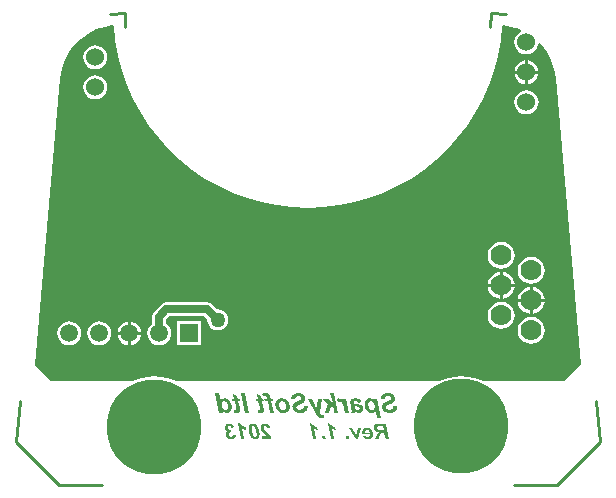
<source format=gbl>
%FSTAX26Y26*%
%MOIN*%
%SFA1B1*%

%IPPOS*%
%ADD14C,0.025000*%
%ADD16C,0.150000*%
%ADD18C,0.010000*%
%ADD20C,0.060000*%
%ADD21R,0.059060X0.059060*%
%ADD22C,0.059060*%
%ADD23C,0.314960*%
%ADD24C,0.125200*%
%ADD25C,0.070000*%
%ADD26C,0.050000*%
%LNunisolder_sensor-1*%
%LPD*%
G36*
X0198869Y02203D02*
X0197875D01*
X0197681Y0221266*
X0198674*
X0198869Y02203*
G37*
G36*
X0212D02*
X0210946D01*
X0210507Y022242*
X0210074*
X0209946Y0222415*
X0209836Y0222404*
X0209747Y0222387*
X0209675Y022237*
X0209619Y0222348*
X020958Y0222331*
X0209558Y022232*
X0209552Y0222315*
X0209508Y0222281*
X0209464Y0222237*
X020938Y0222137*
X0209303Y0222026*
X020923Y0221915*
X0209175Y0221815*
X0209153Y0221771*
X0209136Y0221726*
X020912Y0221693*
X0209108Y0221671*
X0209097Y0221654*
Y0221649*
X0209025Y0221482*
X0208959Y0221327*
X0208898Y0221182*
X0208842Y0221049*
X0208798Y0220933*
X0208753Y0220822*
X0208714Y0220722*
X0208676Y0220633*
X0208648Y0220555*
X0208626Y0220483*
X0208603Y0220428*
X0208587Y0220383*
X0208576Y0220344*
X0208565Y0220322*
X0208559Y0220305*
Y02203*
X0207427*
X020751Y02205*
X0207588Y0220689*
X020766Y0220861*
X0207732Y0221027*
X0207804Y0221177*
X0207871Y0221316*
X0207932Y0221443*
X0207987Y0221554*
X0208037Y022166*
X0208082Y0221743*
X0208121Y0221821*
X0208154Y0221882*
X0208182Y0221932*
X0208198Y0221965*
X0208209Y0221987*
X0208215Y0221993*
X0208281Y0222098*
X0208348Y0222193*
X0208415Y0222276*
X020847Y0222348*
X0208526Y0222404*
X0208565Y0222442*
X0208587Y022247*
X0208598Y0222476*
X0208453Y0222498*
X020832Y0222526*
X0208193Y0222559*
X0208076Y0222598*
X0207971Y0222642*
X0207871Y0222687*
X0207788Y0222731*
X0207704Y0222775*
X0207638Y022282*
X0207577Y0222859*
X0207527Y0222897*
X0207482Y0222931*
X0207449Y0222958*
X0207427Y0222981*
X0207416Y0222992*
X020741Y0222997*
X0207338Y022308*
X0207282Y0223169*
X0207227Y0223258*
X0207183Y0223347*
X0207144Y0223436*
X020711Y022353*
X0207088Y0223613*
X0207066Y0223697*
X0207049Y022378*
X0207038Y0223852*
X0207027Y0223913*
X0207022Y0223969*
X0207016Y0224019*
Y0224052*
Y0224074*
Y022408*
X0207027Y0224246*
X0207049Y0224396*
X0207083Y0224523*
X0207116Y022464*
X0207138Y022469*
X0207155Y0224729*
X0207172Y0224768*
X0207188Y0224801*
X0207205Y0224823*
X020721Y022484*
X0207222Y0224851*
Y0224857*
X0207299Y0224968*
X0207388Y0225062*
X0207477Y022514*
X020756Y0225201*
X0207632Y0225245*
X0207693Y0225278*
X0207715Y0225289*
X0207732Y0225295*
X0207743Y0225301*
X0207749*
X020781Y0225323*
X0207882Y0225339*
X0208026Y0225373*
X0208176Y0225395*
X0208326Y0225406*
X0208393Y0225412*
X0208453Y0225417*
X0208515*
X0208559Y0225423*
X0210934*
X0212Y02203*
G37*
G36*
X0204863Y0224085D02*
X0205046Y0224063D01*
X0205218Y0224024*
X0205379Y0223969*
X0205523Y0223907*
X0205656Y0223841*
X0205784Y0223769*
X0205889Y0223697*
X0205989Y0223619*
X0206073Y0223547*
X0206145Y022348*
X0206206Y0223419*
X020625Y0223364*
X0206283Y0223325*
X0206306Y0223303*
X0206311Y0223291*
X0206383Y0223175*
X020645Y0223058*
X0206505Y0222942*
X0206556Y0222825*
X0206594Y0222709*
X0206628Y0222598*
X0206655Y0222492*
X0206678Y0222387*
X02067Y0222292*
X0206711Y0222204*
X0206722Y0222126*
X0206728Y0222059*
Y0222004*
X0206733Y0221965*
Y0221943*
Y0221932*
X0206728Y0221787*
X0206711Y0221654*
X0206689Y0221527*
X0206661Y0221404*
X0206622Y0221293*
X0206583Y0221194*
X0206544Y0221099*
X02065Y022101*
X0206455Y0220933*
X0206417Y0220866*
X0206372Y0220811*
X0206339Y0220766*
X0206311Y0220727*
X0206289Y02207*
X0206272Y0220683*
X0206267Y0220677*
X0206178Y0220594*
X0206078Y0220522*
X0205984Y0220461*
X0205878Y0220406*
X0205779Y0220361*
X0205679Y0220322*
X0205579Y0220289*
X0205484Y0220267*
X0205396Y0220245*
X0205312Y0220233*
X020524Y0220222*
X0205173Y0220211*
X0205123*
X0205085Y0220206*
X0205051*
X0204952Y0220211*
X0204852Y0220217*
X0204668Y022025*
X0204502Y0220289*
X0204424Y0220317*
X0204358Y0220339*
X0204291Y0220367*
X0204236Y0220389*
X0204186Y0220411*
X0204147Y0220433*
X0204113Y022045*
X0204091Y0220461*
X0204075Y0220466*
X0204069Y0220472*
X0203991Y0220528*
X0203914Y0220583*
X0203775Y0220716*
X0203653Y0220849*
X0203553Y0220983*
X0203508Y0221044*
X020347Y0221099*
X0203442Y0221155*
X0203414Y0221199*
X0203392Y0221238*
X0203375Y0221266*
X020337Y0221282*
X0203364Y0221288*
X0204263Y0221438*
X0204319Y0221349*
X020438Y0221266*
X0204441Y0221199*
X0204507Y0221138*
X0204569Y0221088*
X0204635Y0221049*
X0204696Y0221016*
X0204763Y0220988*
X0204818Y0220966*
X0204874Y0220949*
X0204924Y0220938*
X0204963Y0220927*
X0204996*
X0205024Y0220922*
X0205046*
X0205157Y0220933*
X0205257Y0220955*
X0205346Y0220994*
X0205418Y0221033*
X0205479Y0221072*
X0205523Y022111*
X0205551Y0221132*
X0205562Y0221144*
X0205634Y0221232*
X0205684Y0221332*
X0205723Y0221432*
X0205745Y0221527*
X0205762Y0221615*
X0205767Y0221649*
Y0221682*
X0205773Y022171*
Y0221726*
Y0221737*
Y0221743*
Y0221771*
X0205767Y0221804*
Y0221826*
Y0221837*
X0203253*
X0203231Y0221948*
X0203209Y0222059*
X0203198Y022217*
X0203192Y0222276*
X0203187Y0222359*
X0203181Y0222398*
Y0222431*
Y0222459*
Y0222476*
Y0222487*
Y0222492*
X0203187Y0222631*
X0203198Y0222759*
X020322Y0222881*
X0203242Y0222997*
X0203275Y0223097*
X0203309Y0223197*
X0203348Y0223286*
X0203381Y0223364*
X020342Y0223436*
X0203458Y0223497*
X0203492Y0223547*
X0203525Y0223591*
X0203547Y0223624*
X020357Y0223652*
X0203581Y0223663*
X0203586Y0223669*
X0203664Y0223746*
X0203747Y0223808*
X0203836Y0223869*
X0203925Y0223919*
X0204014Y0223957*
X0204102Y0223991*
X0204191Y0224019*
X0204274Y0224041*
X0204358Y0224063*
X020443Y0224074*
X0204496Y0224085*
X0204557Y0224091*
X0204602Y0224096*
X0204668*
X0204863Y0224085*
G37*
G36*
X0190916Y02203D02*
X0189922D01*
X0189728Y0221266*
X0190721*
X0190916Y02203*
G37*
G36*
X0195125Y02291D02*
X0193883D01*
X0193591Y0230481*
X0192731Y0231244*
X0192085Y02291*
X0190829*
X0191829Y0232063*
X0189962Y0233743*
X0191593*
X0193244Y0232154*
X0192543Y0235506*
X0193793*
X0195125Y02291*
G37*
G36*
X0201059Y023384D02*
X0201204Y0233833D01*
X020135Y0233812*
X0201482Y0233791*
X0201607Y0233764*
X0201718Y0233736*
X0201822Y0233701*
X0201919Y0233674*
X0202003Y0233639*
X0202079Y0233604*
X0202141Y0233576*
X020219Y0233548*
X0202232Y0233528*
X0202266Y0233507*
X020228Y02335*
X0202287Y0233493*
X0202384Y0233424*
X0202468Y0233354*
X0202551Y0233278*
X020262Y0233195*
X0202745Y0233035*
X0202849Y0232882*
X0202926Y0232744*
X0202953Y0232681*
X0202974Y0232632*
X0202995Y0232591*
X0203009Y0232556*
X0203016Y0232535*
Y0232528*
X0201794Y0232431*
X020176Y0232515*
X0201725Y0232591*
X0201683Y023266*
X0201635Y0232716*
X0201593Y0232757*
X0201558Y0232785*
X0201538Y0232806*
X0201531Y0232813*
X0201454Y0232861*
X0201364Y0232896*
X0201274Y0232917*
X0201191Y0232938*
X0201114Y0232945*
X0201052Y0232952*
X0200996*
X0200885Y0232945*
X0200788Y0232931*
X0200705Y023291*
X0200636Y0232882*
X0200587Y0232855*
X0200545Y0232834*
X0200524Y023282*
X0200518Y0232813*
X0200462Y0232757*
X020042Y0232702*
X0200393Y0232646*
X0200372Y0232591*
X0200358Y0232542*
X0200351Y0232507*
Y023248*
Y0232473*
Y023241*
X0200365Y0232341*
X0200379Y0232272*
X0200393Y0232202*
X0200406Y0232147*
X020042Y0232098*
X0200427Y023207*
X0200434Y0232056*
X0200497Y0232036*
X0200573Y0232015*
X0200656Y0232001*
X0200746Y023198*
X0200941Y0231952*
X0201142Y0231925*
X0201239Y0231911*
X0201329Y0231904*
X0201413Y0231897*
X0201482Y023189*
X0201545Y0231883*
X0201586Y0231876*
X0201628*
X0201822Y0231855*
X0201996Y0231834*
X0202155Y02318*
X0202308Y0231765*
X020244Y0231723*
X0202565Y0231689*
X0202669Y0231647*
X0202766Y0231605*
X0202849Y0231564*
X0202919Y0231522*
X0202974Y0231487*
X0203023Y0231453*
X0203058Y0231425*
X0203085Y0231411*
X0203099Y0231397*
X0203106Y023139*
X0203175Y0231314*
X0203238Y0231231*
X0203293Y0231147*
X0203342Y0231057*
X0203384Y0230967*
X0203418Y0230884*
X0203467Y023071*
X0203481Y0230634*
X0203495Y0230557*
X0203502Y0230495*
X0203509Y0230439*
X0203516Y0230391*
Y0230356*
Y0230335*
Y0230328*
X0203509Y0230217*
X0203502Y023012*
X020346Y0229926*
X0203398Y0229759*
X0203328Y0229621*
X0203293Y0229565*
X0203259Y0229509*
X0203224Y0229461*
X0203196Y0229426*
X0203175Y0229398*
X0203155Y0229378*
X0203148Y0229364*
X0203141Y0229357*
X0203071Y0229294*
X0202995Y0229232*
X0202912Y0229183*
X0202835Y0229142*
X0202676Y0229072*
X0202523Y0229031*
X0202391Y0229003*
X0202336Y0228996*
X0202287Y0228989*
X0202245Y0228982*
X020219*
X0202058Y0228989*
X0201926Y022901*
X0201801Y0229037*
X020169Y0229065*
X02016Y0229093*
X0201531Y0229121*
X0201503Y0229135*
X0201482Y0229142*
X0201475Y0229149*
X0201468*
X0201336Y0229218*
X0201218Y0229294*
X0201107Y0229371*
X020101Y0229447*
X0200934Y0229516*
X0200878Y0229572*
X0200844Y0229607*
X020083Y0229621*
X0200823Y0229523*
X0200809Y0229426*
X0200795Y0229336*
X0200781Y022926*
X0200767Y022919*
X0200753Y0229142*
X020074Y0229114*
Y02291*
X0199525*
X019956Y0229232*
X0199581Y0229357*
X0199601Y0229468*
X0199608Y0229565*
X0199615Y0229648*
X0199622Y0229711*
Y0229745*
Y0229759*
Y0229829*
X0199615Y0229905*
X0199608Y0229988*
X0199594Y0230079*
X0199567Y0230273*
X0199532Y023046*
X0199518Y0230551*
X0199497Y0230641*
X0199483Y0230717*
X0199469Y0230786*
X0199456Y0230842*
X0199449Y0230884*
X0199442Y0230911*
Y0230918*
X01994Y0231099*
X0199365Y0231258*
X0199338Y0231404*
X019931Y0231536*
X0199282Y0231654*
X0199261Y0231751*
X0199248Y0231841*
X0199227Y0231918*
X019922Y023198*
X0199206Y0232036*
X0199199Y0232077*
X0199192Y0232105*
Y0232133*
X0199185Y0232147*
Y023216*
X0199157Y0232327*
X019915Y0232403*
Y0232473*
X0199143Y0232528*
Y023257*
Y0232598*
Y0232605*
X019915Y0232702*
X0199164Y0232792*
X0199185Y0232882*
X0199213Y0232966*
X0199282Y0233111*
X0199358Y0233243*
X0199435Y0233347*
X0199477Y0233389*
X0199504Y0233424*
X0199532Y0233451*
X0199553Y0233472*
X0199567Y0233479*
X0199574Y0233486*
X0199657Y0233548*
X0199754Y0233604*
X0199858Y0233653*
X0199962Y0233694*
X0200184Y0233757*
X0200399Y0233805*
X0200497Y0233819*
X0200594Y0233826*
X0200677Y0233833*
X0200753Y023384*
X0200816Y0233847*
X0200899*
X0201059Y023384*
G37*
G36*
X0166823Y0225439D02*
X0166934Y0225423D01*
X016704Y02254*
X0167139Y0225373*
X0167239Y0225334*
X0167334Y0225295*
X0167417Y0225251*
X01675Y0225206*
X0167572Y0225162*
X0167633Y0225117*
X0167689Y0225079*
X0167739Y022504*
X0167778Y0225012*
X0167805Y022499*
X0167822Y0224973*
X0167827Y0224968*
X0167922Y0224873*
X0168005Y0224768*
X0168094Y0224662*
X0168172Y0224546*
X016831Y0224307*
X0168371Y0224185*
X0168432Y0224074*
X0168482Y0223963*
X0168527Y0223863*
X0168566Y0223769*
X0168594Y0223691*
X0168621Y0223624*
X0168638Y0223574*
X0168649Y0223541*
X0168655Y0223536*
Y022353*
X0168699Y022338*
X0168738Y0223236*
X0168804Y0222947*
X0168832Y0222814*
X0168849Y0222681*
X0168871Y0222559*
X0168882Y0222448*
X0168893Y0222342*
X0168899Y0222248*
X016891Y0222165*
Y0222093*
X0168915Y0222037*
Y0221993*
Y0221971*
Y0221959*
X016891Y0221804*
X0168899Y022166*
X0168877Y0221521*
X0168854Y0221393*
X0168821Y0221277*
X0168788Y0221171*
X0168754Y0221072*
X0168716Y0220988*
X0168677Y0220911*
X0168643Y0220844*
X016861Y0220788*
X0168577Y0220739*
X0168555Y0220705*
X0168532Y0220677*
X0168521Y0220661*
X0168516Y0220655*
X0168438Y0220578*
X0168355Y0220505*
X0168272Y0220444*
X0168183Y0220394*
X0168094Y022035*
X0168011Y0220317*
X0167927Y0220283*
X016785Y0220261*
X0167772Y0220245*
X0167705Y0220228*
X0167639Y0220222*
X0167589Y0220211*
X0167544*
X0167511Y0220206*
X0167483*
X0167367Y0220211*
X0167256Y0220228*
X016715Y022025*
X0167045Y0220278*
X0166951Y0220317*
X0166856Y0220356*
X0166773Y0220394*
X016669Y0220439*
X0166623Y0220483*
X0166557Y0220522*
X0166501Y0220566*
X0166457Y02206*
X0166418Y0220627*
X016639Y022065*
X0166374Y0220666*
X0166368Y0220672*
X0166279Y0220766*
X016619Y0220866*
X0166107Y0220971*
X0166035Y0221077*
X0165963Y0221188*
X0165896Y0221305*
X0165835Y022141*
X0165785Y0221521*
X0165735Y0221621*
X0165691Y0221715*
X0165657Y0221798*
X016563Y0221871*
X0165602Y0221932*
X0165585Y0221976*
X016558Y0222004*
X0165574Y0222015*
X0165524Y0222176*
X0165474Y0222337*
X0165436Y0222492*
X0165402Y0222648*
X0165375Y0222792*
X0165352Y0222925*
X016533Y0223058*
X0165319Y0223175*
X0165302Y0223286*
X0165297Y0223386*
X0165291Y0223469*
X0165286Y0223541*
X016528Y0223602*
Y0223647*
Y0223669*
Y022368*
X0165286Y0223835*
X0165297Y0223985*
X0165319Y0224118*
X0165341Y0224246*
X0165375Y0224363*
X0165408Y0224474*
X0165447Y0224568*
X016548Y0224657*
X0165519Y0224734*
X0165558Y0224801*
X0165591Y0224862*
X0165624Y0224906*
X0165646Y0224945*
X0165669Y0224968*
X016568Y0224984*
X0165685Y022499*
X0165763Y0225067*
X0165846Y022514*
X0165929Y0225201*
X0166013Y0225251*
X0166102Y0225295*
X0166185Y0225334*
X0166268Y0225362*
X0166346Y0225389*
X0166418Y0225406*
X016649Y0225423*
X0166551Y0225434*
X0166601Y0225439*
X0166645*
X0166679Y0225445*
X0166706*
X0166823Y0225439*
G37*
G36*
X0170919D02*
X0171035Y0225428D01*
X0171147Y0225412*
X0171246Y0225384*
X0171341Y0225356*
X017143Y0225323*
X0171513Y0225289*
X017159Y0225256*
X0171657Y0225217*
X0171718Y0225184*
X0171768Y0225151*
X0171812Y0225123*
X0171846Y0225095*
X0171868Y0225079*
X0171885Y0225067*
X017189Y0225062*
X0171968Y022499*
X017204Y0224906*
X0172101Y0224823*
X0172157Y0224734*
X0172206Y022464*
X0172256Y0224551*
X0172295Y0224463*
X0172329Y0224374*
X0172356Y022429*
X0172379Y0224213*
X0172401Y0224146*
X0172412Y0224085*
X0172429Y0224035*
X0172434Y0224002*
X017244Y0223974*
Y0223969*
X0171463Y0223824*
X0171446Y0223907*
X0171424Y0223985*
X0171407Y0224057*
X0171385Y0224124*
X0171363Y0224185*
X0171341Y0224235*
X0171318Y0224285*
X0171296Y0224324*
X0171257Y022439*
X0171224Y022444*
X0171202Y0224463*
X0171196Y0224474*
X017113Y0224535*
X0171058Y0224579*
X0170985Y0224612*
X0170919Y0224635*
X0170863Y0224646*
X0170819Y0224657*
X017078*
X0170697Y0224651*
X0170619Y0224635*
X0170558Y0224607*
X0170503Y0224579*
X0170458Y0224546*
X0170425Y0224523*
X0170403Y0224501*
X0170397Y0224496*
X0170347Y0224429*
X0170308Y0224363*
X0170281Y022429*
X0170258Y0224224*
X0170247Y0224163*
X0170242Y0224118*
Y0224085*
Y022408*
Y0224074*
X0170247Y0224013*
X0170258Y0223952*
X017027Y0223891*
X0170286Y0223835*
X0170308Y0223785*
X0170319Y0223746*
X0170331Y0223724*
X0170336Y0223713*
X0170375Y0223636*
X0170425Y0223558*
X017048Y0223475*
X0170536Y0223402*
X0170586Y0223336*
X017063Y0223286*
X0170658Y0223253*
X0170664Y0223247*
X0170669Y0223241*
X0170697Y0223208*
X0170736Y0223169*
X017078Y0223125*
X017083Y022308*
X0170935Y022297*
X0171047Y0222864*
X0171152Y0222764*
X0171202Y0222714*
X0171241Y0222675*
X0171274Y0222642*
X0171302Y022262*
X0171318Y0222603*
X0171324Y0222598*
X0171446Y0222481*
X0171563Y022237*
X0171663Y0222265*
X0171757Y0222176*
X0171846Y0222087*
X0171923Y0222009*
X017199Y0221937*
X0172051Y0221876*
X0172107Y0221821*
X0172151Y0221776*
X0172184Y0221737*
X0172218Y0221704*
X017224Y0221682*
X0172256Y0221665*
X0172262Y0221654*
X0172268Y0221649*
X0172362Y0221538*
X0172445Y0221427*
X0172517Y0221316*
X0172578Y0221221*
X0172628Y0221132*
X0172651Y0221099*
X0172667Y0221072*
X0172684Y0221044*
X0172695Y0221027*
X0172701Y0221016*
Y022101*
X0172761Y0220883*
X0172806Y0220755*
X0172845Y0220638*
X0172872Y0220528*
X0172895Y0220433*
X01729Y0220394*
X0172906Y0220361*
X0172911Y0220339*
X0172917Y0220317*
Y0220305*
Y02203*
X0169803*
X0169615Y0221216*
X0171391*
X0171285Y0221343*
X0171241Y0221399*
X0171196Y0221449*
X0171158Y0221488*
X017113Y0221521*
X0171108Y0221543*
X0171102Y0221549*
X0171069Y0221582*
X017103Y0221621*
X0170941Y022171*
X0170836Y022181*
X017073Y0221904*
X0170636Y0221998*
X0170591Y0222037*
X0170558Y022207*
X0170525Y0222104*
X0170503Y0222126*
X0170486Y0222137*
X017048Y0222143*
X0170397Y022222*
X0170319Y0222298*
X0170247Y022237*
X0170181Y0222431*
X017012Y0222492*
X0170064Y0222548*
X0170014Y0222598*
X016997Y0222648*
X0169898Y022272*
X0169848Y0222775*
X016982Y0222809*
X0169809Y022282*
X0169709Y0222942*
X016962Y0223058*
X0169548Y0223169*
X0169493Y0223264*
X0169448Y0223341*
X0169415Y0223408*
X0169404Y022343*
X0169398Y0223447*
X0169393Y0223452*
Y0223458*
X0169348Y0223574*
X016932Y022368*
X0169298Y0223785*
X0169282Y022388*
X0169271Y0223957*
X0169265Y0224019*
Y0224041*
Y0224057*
Y0224063*
Y0224068*
X0169271Y0224179*
X0169282Y0224285*
X0169304Y0224385*
X0169332Y0224474*
X0169359Y0224562*
X0169393Y0224646*
X0169431Y0224718*
X016947Y022479*
X0169509Y0224851*
X0169548Y0224901*
X0169581Y0224951*
X0169609Y0224984*
X0169637Y0225017*
X0169659Y022504*
X016967Y0225051*
X0169676Y0225056*
X0169753Y0225123*
X0169842Y0225184*
X0169931Y0225234*
X0170025Y0225284*
X017012Y0225317*
X0170214Y022535*
X0170303Y0225378*
X0170392Y0225395*
X0170475Y0225412*
X0170553Y0225423*
X0170625Y0225434*
X0170686Y0225439*
X0170736Y0225445*
X0170802*
X0170919Y0225439*
G37*
G36*
X0158975D02*
X0159097Y0225428D01*
X0159208Y02254*
X0159319Y0225373*
X0159419Y0225339*
X0159519Y0225301*
X0159602Y0225262*
X0159686Y0225217*
X0159758Y0225173*
X0159825Y0225134*
X0159874Y0225095*
X0159924Y0225062*
X0159958Y0225034*
X0159985Y0225012*
X0160002Y0224995*
X0160008Y022499*
X0160063Y0224929*
X0160119Y0224862*
X0160213Y0224723*
X0160296Y0224579*
X0160363Y022444*
X0160396Y0224374*
X0160418Y0224313*
X0160441Y0224257*
X0160457Y0224213*
X0160474Y0224174*
X0160485Y0224146*
X0160491Y0224124*
Y0224118*
X0159575Y0223941*
X0159536Y0224074*
X0159492Y0224185*
X0159447Y0224279*
X0159403Y0224357*
X0159364Y0224413*
X015933Y0224451*
X0159308Y0224479*
X0159303Y0224485*
X0159236Y022454*
X015917Y0224579*
X0159103Y0224607*
X0159042Y0224623*
X0158992Y022464*
X0158953Y0224646*
X0158914*
X0158831Y022464*
X0158759Y0224623*
X0158698Y0224596*
X0158642Y0224573*
X0158598Y0224546*
X015857Y0224518*
X0158548Y0224501*
X0158542Y0224496*
X0158493Y022444*
X0158459Y0224374*
X0158431Y0224307*
X0158415Y0224246*
X0158404Y022419*
X0158398Y0224141*
Y0224113*
Y0224107*
Y0224102*
X0158409Y022398*
X0158431Y0223869*
X0158465Y0223774*
X0158503Y0223691*
X0158542Y022363*
X0158576Y0223586*
X0158598Y0223558*
X0158609Y0223547*
X0158698Y022348*
X0158792Y022343*
X0158898Y0223391*
X0158997Y0223369*
X0159086Y0223353*
X0159125Y0223347*
X0159158*
X0159186Y0223341*
X0159264*
X0159292Y0223347*
X0159325*
X0159497Y0222509*
X0159436Y022252*
X0159386Y0222526*
X0159342*
X0159231Y022252*
X0159131Y0222498*
X0159047Y0222464*
X0158975Y0222431*
X015892Y0222398*
X0158881Y0222365*
X0158853Y0222342*
X0158848Y0222337*
X0158787Y0222265*
X0158742Y0222181*
X0158709Y0222098*
X0158687Y0222021*
X0158676Y0221948*
X0158665Y0221893*
Y0221871*
Y022186*
Y0221849*
Y0221843*
X0158676Y0221715*
X0158698Y0221599*
X0158737Y0221499*
X0158775Y022141*
X015882Y0221343*
X0158859Y0221293*
X0158881Y022126*
X0158892Y0221249*
X0158981Y0221171*
X0159075Y0221116*
X0159175Y0221077*
X0159264Y0221049*
X0159342Y0221033*
X0159408Y0221027*
X015943Y0221022*
X0159464*
X0159558Y0221027*
X0159641Y0221044*
X0159708Y0221072*
X0159769Y0221099*
X0159819Y0221127*
X0159852Y0221155*
X0159874Y0221171*
X015988Y0221177*
X0159908Y022121*
X0159935Y0221244*
X015998Y0221332*
X0160013Y0221427*
X0160041Y0221521*
X0160063Y0221604*
X0160074Y0221643*
X016008Y0221676*
X0160085Y0221704*
Y0221726*
X0160091Y0221737*
Y0221743*
X0161051Y0221626*
X0161029Y0221504*
X0161001Y0221388*
X0160973Y0221277*
X0160934Y0221171*
X0160896Y0221077*
X0160851Y0220994*
X0160807Y0220916*
X0160762Y0220844*
X0160718Y0220783*
X0160679Y0220727*
X016064Y0220677*
X0160607Y0220638*
X0160579Y0220611*
X0160557Y0220589*
X0160546Y0220578*
X016054Y0220572*
X0160457Y0220505*
X0160374Y022045*
X0160285Y02204*
X0160196Y0220361*
X0160108Y0220322*
X0160019Y0220294*
X0159847Y022025*
X0159769Y0220239*
X0159697Y0220228*
X015963Y0220217*
X0159575Y0220211*
X015953Y0220206*
X0159469*
X0159308Y0220211*
X0159158Y0220233*
X015902Y0220267*
X0158881Y0220305*
X0158759Y0220356*
X0158642Y0220411*
X0158531Y0220472*
X0158437Y0220533*
X0158348Y0220589*
X0158276Y022065*
X0158209Y0220705*
X0158154Y0220755*
X0158109Y0220794*
X0158082Y0220827*
X015806Y0220849*
X0158054Y0220855*
X0157982Y0220944*
X0157921Y0221038*
X0157865Y0221127*
X0157821Y0221221*
X0157782Y022131*
X0157749Y0221393*
X0157721Y0221477*
X0157699Y0221554*
X0157682Y0221626*
X0157671Y0221693*
X015766Y0221754*
X0157654Y0221804*
X0157649Y0221843*
Y0221871*
Y0221893*
Y0221898*
X0157654Y0222009*
X0157671Y0222109*
X0157699Y0222209*
X0157727Y0222292*
X0157754Y0222365*
X0157782Y022242*
X0157788Y0222437*
X0157799Y0222453*
X0157804Y0222459*
Y0222464*
X0157871Y0222564*
X0157943Y0222653*
X0158021Y0222731*
X0158098Y0222792*
X0158171Y0222847*
X0158226Y0222881*
X0158248Y0222897*
X0158265Y0222908*
X0158276Y0222914*
X0158282*
X0158137Y0222975*
X015801Y0223053*
X0157904Y022313*
X015781Y0223208*
X0157738Y0223275*
X0157688Y0223336*
X0157666Y0223358*
X0157654Y0223369*
X0157643Y022338*
Y0223386*
X0157599Y0223447*
X0157566Y0223508*
X0157504Y0223636*
X015746Y0223758*
X0157432Y0223869*
X0157416Y0223963*
X015741Y0224007*
Y0224041*
X0157405Y0224068*
Y0224091*
Y0224102*
Y0224107*
X015741Y0224207*
X0157421Y0224307*
X0157438Y0224396*
X015746Y0224485*
X0157493Y0224568*
X0157521Y0224646*
X0157554Y0224718*
X0157588Y0224784*
X0157627Y0224845*
X015766Y0224895*
X0157688Y0224945*
X0157715Y0224979*
X0157743Y0225012*
X015776Y0225034*
X0157771Y0225045*
X0157776Y0225051*
X0157849Y0225123*
X0157926Y0225179*
X015801Y0225234*
X0158098Y0225278*
X0158187Y0225317*
X0158276Y022535*
X0158365Y0225373*
X0158448Y0225395*
X0158531Y0225412*
X0158603Y0225423*
X015867Y0225434*
X0158731Y0225439*
X0158781Y0225445*
X0158848*
X0158975Y0225439*
G37*
G36*
X0120241Y0357884D02*
X0120727Y0353118D01*
X0121656Y0348045*
X0122985Y0343062*
X0124704Y03382*
X0126804Y0333489*
X0129271Y032896*
X0132089Y0324641*
X0135241Y0320559*
X0138707Y031674*
X0142465Y0313209*
X0146491Y0309986*
X015076Y0307093*
X0155246Y0304547*
X0159919Y0302366*
X016475Y0300562*
X016971Y0299147*
X0174766Y029813*
X0179886Y0297517*
X0185039Y0297312*
X0190192Y0297517*
X0195313Y029813*
X0200369Y0299147*
X0205328Y0300562*
X021016Y0302366*
X0214833Y0304547*
X0219318Y0307093*
X0223587Y0309986*
X0227614Y0313209*
X0231372Y031674*
X0234838Y0320559*
X023799Y0324641*
X0240808Y032896*
X0243275Y0333489*
X0245375Y03382*
X0247094Y0343062*
X0248423Y0348045*
X0249352Y0353118*
X0249838Y0357884*
X0250236Y0358186*
X0252833Y0357738*
X0255679Y0356784*
X0256059Y0356588*
X0256038Y0356089*
X0255857Y0356014*
X0255021Y0355373*
X025438Y0354537*
X0253977Y0353564*
X0253839Y035252*
X0253977Y0351476*
X025438Y0350502*
X0255021Y0349667*
X0255857Y0349026*
X025683Y0348623*
X0257874Y0348485*
X0258918Y0348623*
X0259891Y0349026*
X0260727Y0349667*
X0261368Y0350502*
X0261771Y0351476*
X0261835Y0351961*
X0262308Y0352122*
X0262905Y035153*
X026469Y0349117*
X0266088Y0346461*
X0267065Y0343623*
X0267599Y0340669*
X0276Y0245*
X02705Y02395*
X0243614*
X0242643Y0239979*
X0240564Y0240685*
X0238411Y0241113*
X0236221Y0241256*
X023403Y0241113*
X0231876Y0240685*
X0229798Y0239979*
X0228827Y02395*
X0141124*
X0140281Y0239916*
X0138202Y0240621*
X0136049Y024105*
X0133858Y0241193*
X0131667Y024105*
X0129514Y0240621*
X0127435Y0239916*
X0126592Y02395*
X00995*
X0094Y0245*
X0102479Y0340669*
X0103014Y0343623*
X0103991Y0346461*
X0105388Y0349117*
X0107173Y035153*
X0109304Y0353644*
X0111732Y0355409*
X01144Y0356784*
X0117246Y0357738*
X0119843Y0358186*
X0120241Y0357884*
G37*
G36*
X019232Y0225312D02*
X019247Y0225179D01*
X0192631Y0225051*
X0192791Y0224929*
X0192958Y0224812*
X0193124Y0224701*
X0193291Y0224601*
X0193446Y0224512*
X0193596Y0224429*
X0193735Y0224352*
X0193857Y022429*
X0193968Y0224235*
X0194057Y022419*
X019409Y0224174*
X0194123Y0224163*
X0194146Y0224152*
X0194162Y0224141*
X0194173Y0224135*
X0194179*
X0194368Y0223241*
X0194246Y0223269*
X0194118Y0223308*
X0193996Y0223347*
X0193885Y0223386*
X0193785Y0223419*
X0193746Y0223436*
X0193707Y0223447*
X0193679Y0223458*
X0193657Y0223469*
X0193646Y0223475*
X0193641*
X0193491Y0223541*
X0193352Y0223602*
X019323Y0223663*
X0193124Y0223724*
X0193041Y0223774*
X0193002Y0223797*
X0192975Y0223813*
X0192952Y0223824*
X0192936Y0223835*
X0192925Y0223847*
X0192919*
X0193657Y02203*
X0192653*
X0191576Y022545*
X0192181*
X019232Y0225312*
G37*
G36*
X0201893Y02203D02*
X0201028D01*
X0198747Y0224013*
X0199829*
X020075Y0222437*
X0200761Y022242*
X0200778Y0222392*
X0200811Y0222331*
X0200856Y0222254*
X02009Y022217*
X0200944Y0222093*
X0200983Y0222026*
X0200994Y0222004*
X0201005Y0221982*
X0201017Y0221971*
Y0221965*
X0201055Y0221893*
X0201089Y0221832*
X0201116Y0221776*
X0201144Y0221732*
X0201166Y0221688*
X0201189Y0221654*
X0201216Y0221593*
X0201239Y022156*
X020125Y0221538*
X0201261Y0221527*
Y0221521*
X0201266Y0221565*
X0201272Y0221621*
X0201283Y0221682*
X0201289Y0221743*
X0201311Y0221887*
X0201333Y0222032*
X0201344Y0222104*
X0201355Y022217*
X0201366Y0222231*
X0201377Y0222281*
X0201383Y0222326*
X0201388Y0222359*
X0201394Y0222381*
Y0222387*
X0201649Y0224013*
X0202632*
X0201893Y02203*
G37*
G36*
X0162494Y0225312D02*
X0162644Y0225179D01*
X0162805Y0225051*
X0162966Y0224929*
X0163132Y0224812*
X0163299Y0224701*
X0163465Y0224601*
X0163621Y0224512*
X016377Y0224429*
X0163909Y0224352*
X0164031Y022429*
X0164142Y0224235*
X0164231Y022419*
X0164265Y0224174*
X0164298Y0224163*
X016432Y0224152*
X0164337Y0224141*
X0164348Y0224135*
X0164353*
X0164542Y0223241*
X016442Y0223269*
X0164292Y0223308*
X016417Y0223347*
X0164059Y0223386*
X0163959Y0223419*
X016392Y0223436*
X0163882Y0223447*
X0163854Y0223458*
X0163831Y0223469*
X0163821Y0223475*
X0163815*
X0163665Y0223541*
X0163526Y0223602*
X0163404Y0223663*
X0163299Y0223724*
X0163215Y0223774*
X0163177Y0223797*
X0163149Y0223813*
X0163127Y0223824*
X016311Y0223835*
X0163099Y0223847*
X0163093*
X0163831Y02203*
X0162827*
X016175Y022545*
X0162355*
X0162494Y0225312*
G37*
G36*
X0186353D02*
X0186503Y0225179D01*
X0186664Y0225051*
X0186825Y0224929*
X0186992Y0224812*
X0187158Y0224701*
X0187325Y0224601*
X018748Y0224512*
X018763Y0224429*
X0187769Y0224352*
X0187891Y022429*
X0188002Y0224235*
X0188091Y022419*
X0188124Y0224174*
X0188157Y0224163*
X0188179Y0224152*
X0188196Y0224141*
X0188207Y0224135*
X0188213*
X0188401Y0223241*
X0188279Y0223269*
X0188152Y0223308*
X018803Y0223347*
X0187919Y0223386*
X0187819Y0223419*
X018778Y0223436*
X0187741Y0223447*
X0187713Y0223458*
X0187691Y0223469*
X018768Y0223475*
X0187674*
X0187524Y0223541*
X0187386Y0223602*
X0187264Y0223663*
X0187158Y0223724*
X0187075Y0223774*
X0187036Y0223797*
X0187008Y0223813*
X0186986Y0223824*
X0186969Y0223835*
X0186958Y0223847*
X0186953*
X0187691Y02203*
X0186686*
X018561Y022545*
X0186215*
X0186353Y0225312*
G37*
G36*
X0188928Y02291D02*
X0188997Y0228947D01*
X0189073Y0228808*
X0189157Y0228691*
X0189233Y0228593*
X0189316Y0228503*
X0189393Y0228434*
X0189469Y0228378*
X0189545Y022833*
X0189615Y0228295*
X0189677Y0228267*
X0189733Y0228246*
X0189781Y0228233*
X0189823Y0228226*
X0189851Y0228219*
X0189878*
X0190038Y0228233*
X0190114Y0228239*
X0190177Y0228253*
X0190232Y0228267*
X0190274Y0228274*
X0190309Y0228288*
X0190316*
X019042Y0227358*
X0190239Y0227309*
X0190073Y0227275*
X018992Y0227247*
X0189788Y0227233*
X0189684Y0227219*
X0189636*
X0189601Y0227212*
X0189532*
X0189386Y0227219*
X0189254Y0227233*
X0189136Y0227261*
X0189039Y0227289*
X0188955Y0227309*
X0188893Y0227337*
X0188858Y0227351*
X0188844Y0227358*
X018874Y022742*
X018865Y0227483*
X0188567Y0227552*
X0188497Y0227615*
X0188435Y022767*
X0188393Y0227719*
X0188365Y0227747*
X0188359Y0227761*
X0188317Y0227816*
X0188275Y0227872*
X0188185Y022801*
X0188088Y0228156*
X0187998Y0228302*
X0187921Y0228434*
X0187887Y0228496*
X0187852Y0228545*
X0187831Y0228586*
X018781Y0228621*
X0187803Y0228642*
X0187796Y0228649*
X018493Y0233743*
X0186256*
X0187366Y0231675*
X0187519Y0231383*
X0187651Y0231106*
X0187713Y0230974*
X0187769Y0230856*
X0187824Y0230738*
X0187866Y0230627*
X0187908Y023053*
X0187942Y0230439*
X0187977Y0230363*
X0187998Y0230301*
X0188019Y0230245*
X0188032Y023021*
X0188046Y0230183*
Y0230176*
X0188053Y0230252*
Y0230335*
X018806Y0230426*
X0188074Y0230523*
X0188095Y0230731*
X0188116Y0230939*
X018813Y0231036*
X0188136Y0231126*
X018815Y023121*
X0188157Y0231279*
X0188164Y0231342*
X0188171Y0231383*
X0188178Y0231418*
Y0231425*
X018849Y0233743*
X0189733*
X0188928Y02291*
G37*
G36*
X0211927Y0235603D02*
X0212114Y0235589D01*
X0212295Y0235561*
X0212461Y0235526*
X0212607Y0235485*
X0212746Y0235443*
X0212878Y0235395*
X0212989Y0235346*
X0213086Y0235291*
X0213176Y0235242*
X0213252Y02352*
X0213308Y0235159*
X0213356Y0235124*
X0213391Y0235096*
X0213412Y0235082*
X0213419Y0235075*
X0213523Y0234971*
X0213613Y0234867*
X021369Y0234756*
X0213759Y0234638*
X0213814Y0234527*
X0213856Y0234416*
X0213898Y0234305*
X0213926Y0234201*
X0213953Y0234104*
X0213974Y0234014*
X0213981Y0233937*
X0213995Y0233868*
Y0233805*
X0214002Y0233764*
Y0233736*
Y0233729*
X0213995Y0233562*
X0213974Y023341*
X0213939Y0233271*
X0213905Y0233153*
X021387Y0233056*
X0213835Y0232986*
X0213828Y0232959*
X0213814Y0232938*
X0213808Y0232931*
Y0232924*
X0213731Y0232799*
X0213641Y0232688*
X0213551Y0232591*
X0213468Y0232515*
X0213391Y0232445*
X0213329Y0232403*
X0213287Y0232369*
X021328Y0232362*
X0213273*
X0213204Y023232*
X0213127Y0232278*
X0212954Y0232188*
X0212773Y0232098*
X02126Y0232008*
X0212517Y0231973*
X0212434Y0231939*
X0212364Y0231904*
X0212302Y0231876*
X0212253Y0231855*
X0212218Y0231834*
X0212191Y0231827*
X0212184Y0231821*
X0212052Y0231765*
X0211927Y0231709*
X0211823Y0231661*
X0211726Y0231612*
X0211635Y0231571*
X0211566Y0231536*
X0211497Y0231501*
X0211441Y0231467*
X0211399Y0231439*
X0211358Y0231418*
X021133Y0231397*
X0211302Y0231383*
X0211275Y0231362*
X0211267Y0231356*
X0211191Y0231279*
X0211129Y0231196*
X0211087Y0231113*
X0211059Y0231036*
X0211046Y0230974*
X0211032Y0230918*
Y0230884*
Y023087*
X0211046Y0230752*
X021108Y0230648*
X0211122Y0230551*
X0211177Y0230467*
X0211233Y0230405*
X0211275Y0230356*
X0211309Y0230328*
X0211323Y0230314*
X0211379Y0230273*
X0211448Y0230238*
X0211587Y0230183*
X0211746Y0230141*
X0211899Y0230113*
X0212038Y0230099*
X02121Y0230092*
X0212156*
X0212197Y0230085*
X021226*
X0212399Y0230092*
X0212524Y0230099*
X0212642Y023012*
X0212753Y0230141*
X021285Y0230162*
X0212933Y0230196*
X021301Y0230224*
X0213079Y0230259*
X0213141Y0230287*
X021319Y0230321*
X0213232Y0230349*
X0213266Y023037*
X0213287Y0230398*
X0213308Y0230412*
X0213315Y0230419*
X0213322Y0230426*
X0213356Y0230467*
X0213384Y0230523*
X0213426Y0230641*
X0213468Y0230772*
X0213488Y0230911*
X0213509Y0231036*
Y0231092*
X0213516Y023114*
X0213523Y0231182*
Y023121*
Y0231231*
Y0231238*
X0214779Y0231168*
X0214772Y0230932*
X0214751Y0230717*
X0214717Y0230523*
X0214696Y0230439*
X0214675Y0230356*
X0214647Y0230287*
X0214627Y0230217*
X0214606Y0230162*
X0214592Y023012*
X0214571Y0230079*
X0214564Y0230051*
X021455Y0230037*
Y023003*
X0214502Y022994*
X0214439Y0229856*
X0214314Y0229704*
X0214169Y0229572*
X021403Y0229461*
X0213898Y0229371*
X0213842Y0229336*
X0213794Y0229308*
X0213752Y0229287*
X0213724Y0229274*
X0213703Y022926*
X0213697*
X0213461Y0229169*
X0213218Y02291*
X0212982Y0229051*
X0212864Y0229031*
X0212753Y0229017*
X0212655Y0229003*
X0212558Y0228996*
X0212475Y0228989*
X0212406*
X021235Y0228982*
X0212267*
X0212052Y0228989*
X0211844Y022901*
X0211649Y0229037*
X0211469Y0229072*
X0211302Y0229121*
X021115Y0229169*
X0211011Y0229225*
X0210886Y022928*
X0210775Y0229336*
X0210678Y0229392*
X0210594Y022944*
X0210525Y0229489*
X0210469Y0229523*
X0210428Y0229551*
X0210407Y0229572*
X02104Y0229579*
X0210282Y0229697*
X0210178Y0229815*
X0210088Y022994*
X0210011Y0230058*
X0209942Y0230183*
X0209893Y0230301*
X0209845Y0230419*
X020981Y023053*
X0209782Y0230634*
X0209762Y0230731*
X0209748Y0230814*
X0209734Y023089*
Y0230946*
X0209727Y0230995*
Y0231022*
Y0231029*
X0209734Y0231154*
X0209748Y0231272*
X0209769Y023139*
X0209796Y0231494*
X0209831Y0231592*
X0209873Y0231689*
X0209907Y0231772*
X0209949Y0231848*
X0209998Y0231918*
X0210032Y023198*
X0210074Y0232029*
X0210109Y0232077*
X0210136Y0232112*
X0210157Y0232133*
X0210171Y0232147*
X0210178Y0232154*
X021024Y0232209*
X0210324Y0232272*
X0210421Y0232334*
X0210525Y0232403*
X0210643Y0232466*
X0210761Y0232528*
X0210997Y0232653*
X0211115Y0232709*
X0211219Y0232764*
X0211323Y0232813*
X0211406Y0232855*
X0211483Y0232882*
X0211538Y023291*
X0211573Y0232924*
X0211587Y0232931*
X0211719Y0232986*
X0211837Y0233042*
X0211948Y0233097*
X0212045Y0233146*
X0212135Y0233188*
X0212211Y0233229*
X0212281Y0233264*
X0212336Y0233299*
X0212385Y0233333*
X0212434Y0233354*
X0212468Y0233382*
X0212489Y0233396*
X0212524Y0233424*
X0212538Y0233431*
X0212607Y02335*
X0212655Y0233576*
X0212697Y0233653*
X0212718Y0233729*
X0212732Y0233791*
X0212739Y023384*
X0212746Y0233875*
Y0233889*
X0212739Y0233993*
X0212711Y023409*
X0212676Y0234173*
X0212628Y0234243*
X0212586Y0234298*
X0212551Y023434*
X0212524Y0234367*
X0212517Y0234374*
X0212468Y0234409*
X0212413Y0234437*
X0212295Y0234485*
X0212163Y023452*
X0212038Y0234548*
X021192Y0234562*
X0211864*
X0211823Y0234569*
X0211733*
X0211538Y0234555*
X0211365Y0234527*
X0211226Y0234492*
X0211101Y0234444*
X0211011Y0234395*
X0210948Y0234361*
X0210907Y0234333*
X0210893Y0234319*
X0210796Y0234222*
X0210719Y0234104*
X0210664Y0233993*
X0210622Y0233875*
X0210587Y0233778*
X0210574Y0233694*
X0210567Y023366*
X021056Y0233639*
Y0233625*
Y0233618*
X0209297Y0233674*
X0209317Y0233833*
X0209345Y0233986*
X020938Y0234125*
X0209428Y0234263*
X0209484Y0234388*
X020954Y0234499*
X0209602Y023461*
X0209658Y0234701*
X020972Y0234791*
X0209775Y023486*
X0209831Y023493*
X0209879Y0234978*
X0209921Y023502*
X0209949Y0235054*
X020997Y0235068*
X0209977Y0235075*
X0210095Y0235173*
X0210226Y0235249*
X0210365Y0235325*
X0210511Y0235388*
X0210657Y0235436*
X0210803Y0235478*
X0210941Y0235513*
X021108Y023554*
X0211212Y0235568*
X0211337Y0235582*
X0211441Y0235596*
X0211538Y0235603*
X0211614Y023561*
X0211726*
X0211927Y0235603*
G37*
G36*
X016529Y02291D02*
X0164048D01*
X0162708Y0235506*
X0163958*
X016529Y02291*
G37*
G36*
X0171258Y0235603D02*
X0171411Y0235582D01*
X0171543Y0235554*
X0171654Y0235526*
X0171744Y0235499*
X0171807Y0235471*
X0171848Y023545*
X0171855Y0235443*
X0171862*
X0171966Y0235374*
X0172056Y0235304*
X0172126Y0235228*
X0172188Y0235159*
X0172237Y0235096*
X0172272Y0235048*
X0172292Y0235013*
X0172299Y0234999*
X017232Y0234957*
X0172341Y0234909*
X0172383Y0234791*
X0172417Y0234666*
X0172452Y0234534*
X0172487Y0234409*
X0172501Y0234354*
X0172508Y0234312*
X0172515Y023427*
X0172521Y0234243*
X0172529Y0234222*
Y0234215*
X0172633Y0233743*
X0173327*
X0173521Y0232827*
X017282*
X0173597Y02291*
X0172355*
X0171578Y0232827*
X0170676*
X0170481Y0233743*
X0171383*
X0171314Y0234062*
X0171286Y0234187*
X0171258Y0234291*
X0171231Y0234374*
X017121Y0234437*
X0171196Y0234478*
X0171182Y0234506*
X0171168Y023452*
Y0234527*
X0171127Y0234576*
X0171071Y023461*
X0171022Y0234631*
X0170967Y0234652*
X0170925Y0234659*
X0170884Y0234666*
X0170849*
X0170738Y0234659*
X0170613Y0234638*
X0170488Y0234617*
X0170377Y023459*
X0170273Y0234555*
X0170224Y0234541*
X017019Y0234534*
X0170155Y023452*
X0170134Y0234513*
X017012Y0234506*
X0170113*
X016987Y0235402*
X0170106Y0235471*
X0170328Y023552*
X0170537Y0235561*
X0170627Y0235575*
X0170717Y0235582*
X01708Y0235596*
X017087*
X0170932Y0235603*
X0170988Y023561*
X0171085*
X0171258Y0235603*
G37*
G36*
X0182085D02*
X0182272Y0235589D01*
X0182453Y0235561*
X0182619Y0235526*
X0182765Y0235485*
X0182904Y0235443*
X0183036Y0235395*
X0183147Y0235346*
X0183244Y0235291*
X0183334Y0235242*
X018341Y02352*
X0183466Y0235159*
X0183514Y0235124*
X0183549Y0235096*
X018357Y0235082*
X0183577Y0235075*
X0183681Y0234971*
X0183771Y0234867*
X0183848Y0234756*
X0183917Y0234638*
X0183973Y0234527*
X0184014Y0234416*
X0184056Y0234305*
X0184084Y0234201*
X0184111Y0234104*
X0184132Y0234014*
X0184139Y0233937*
X0184153Y0233868*
Y0233805*
X018416Y0233764*
Y0233736*
Y0233729*
X0184153Y0233562*
X0184132Y023341*
X0184097Y0233271*
X0184063Y0233153*
X0184028Y0233056*
X0183993Y0232986*
X0183986Y0232959*
X0183973Y0232938*
X0183966Y0232931*
Y0232924*
X0183889Y0232799*
X0183799Y0232688*
X0183709Y0232591*
X0183625Y0232515*
X0183549Y0232445*
X0183487Y0232403*
X0183445Y0232369*
X0183438Y0232362*
X0183431*
X0183362Y023232*
X0183285Y0232278*
X0183112Y0232188*
X0182931Y0232098*
X0182758Y0232008*
X0182675Y0231973*
X0182591Y0231939*
X0182522Y0231904*
X018246Y0231876*
X0182411Y0231855*
X0182376Y0231834*
X0182349Y0231827*
X0182342Y0231821*
X018221Y0231765*
X0182085Y0231709*
X0181981Y0231661*
X0181884Y0231612*
X0181793Y0231571*
X0181724Y0231536*
X0181655Y0231501*
X0181599Y0231467*
X0181557Y0231439*
X0181516Y0231418*
X0181488Y0231397*
X018146Y0231383*
X0181432Y0231362*
X0181425Y0231356*
X0181349Y0231279*
X0181287Y0231196*
X0181245Y0231113*
X0181217Y0231036*
X0181203Y0230974*
X018119Y0230918*
Y0230884*
Y023087*
X0181203Y0230752*
X0181238Y0230648*
X018128Y0230551*
X0181335Y0230467*
X0181391Y0230405*
X0181432Y0230356*
X0181467Y0230328*
X0181481Y0230314*
X0181537Y0230273*
X0181606Y0230238*
X0181745Y0230183*
X0181904Y0230141*
X0182057Y0230113*
X0182196Y0230099*
X0182258Y0230092*
X0182314*
X0182355Y0230085*
X0182418*
X0182557Y0230092*
X0182682Y0230099*
X01828Y023012*
X0182911Y0230141*
X0183008Y0230162*
X0183091Y0230196*
X0183168Y0230224*
X0183237Y0230259*
X0183299Y0230287*
X0183348Y0230321*
X018339Y0230349*
X0183424Y023037*
X0183445Y0230398*
X0183466Y0230412*
X0183473Y0230419*
X018348Y0230426*
X0183514Y0230467*
X0183542Y0230523*
X0183584Y0230641*
X0183625Y0230772*
X0183646Y0230911*
X0183667Y0231036*
Y0231092*
X0183674Y023114*
X0183681Y0231182*
Y023121*
Y0231231*
Y0231238*
X0184937Y0231168*
X018493Y0230932*
X0184909Y0230717*
X0184875Y0230523*
X0184854Y0230439*
X0184833Y0230356*
X0184805Y0230287*
X0184784Y0230217*
X0184764Y0230162*
X018475Y023012*
X0184729Y0230079*
X0184722Y0230051*
X0184708Y0230037*
Y023003*
X018466Y022994*
X0184597Y0229856*
X0184472Y0229704*
X0184327Y0229572*
X0184188Y0229461*
X0184056Y0229371*
X0184Y0229336*
X0183952Y0229308*
X018391Y0229287*
X0183882Y0229274*
X0183861Y022926*
X0183854*
X0183619Y0229169*
X0183376Y02291*
X018314Y0229051*
X0183022Y0229031*
X0182911Y0229017*
X0182814Y0229003*
X0182716Y0228996*
X0182633Y0228989*
X0182564*
X0182508Y0228982*
X0182425*
X018221Y0228989*
X0182002Y022901*
X0181807Y0229037*
X0181627Y0229072*
X018146Y0229121*
X0181308Y0229169*
X0181169Y0229225*
X0181044Y022928*
X0180933Y0229336*
X0180836Y0229392*
X0180752Y022944*
X0180683Y0229489*
X0180627Y0229523*
X0180586Y0229551*
X0180565Y0229572*
X0180558Y0229579*
X018044Y0229697*
X0180336Y0229815*
X0180246Y022994*
X0180169Y0230058*
X01801Y0230183*
X0180051Y0230301*
X0180003Y0230419*
X0179968Y023053*
X017994Y0230634*
X017992Y0230731*
X0179906Y0230814*
X0179892Y023089*
Y0230946*
X0179885Y0230995*
Y0231022*
Y0231029*
X0179892Y0231154*
X0179906Y0231272*
X0179927Y023139*
X0179954Y0231494*
X0179989Y0231592*
X0180031Y0231689*
X0180065Y0231772*
X0180107Y0231848*
X0180156Y0231918*
X018019Y023198*
X0180232Y0232029*
X0180267Y0232077*
X0180294Y0232112*
X0180315Y0232133*
X0180329Y0232147*
X0180336Y0232154*
X0180398Y0232209*
X0180482Y0232272*
X0180579Y0232334*
X0180683Y0232403*
X0180801Y0232466*
X0180919Y0232528*
X0181155Y0232653*
X0181273Y0232709*
X0181377Y0232764*
X0181481Y0232813*
X0181564Y0232855*
X0181641Y0232882*
X0181696Y023291*
X0181731Y0232924*
X0181745Y0232931*
X0181877Y0232986*
X0181995Y0233042*
X0182106Y0233097*
X0182203Y0233146*
X0182293Y0233188*
X0182369Y0233229*
X0182439Y0233264*
X0182494Y0233299*
X0182543Y0233333*
X0182591Y0233354*
X0182626Y0233382*
X0182647Y0233396*
X0182682Y0233424*
X0182696Y0233431*
X0182765Y02335*
X0182814Y0233576*
X0182855Y0233653*
X0182876Y0233729*
X018289Y0233791*
X0182897Y023384*
X0182904Y0233875*
Y0233889*
X0182897Y0233993*
X0182869Y023409*
X0182834Y0234173*
X0182786Y0234243*
X0182744Y0234298*
X0182709Y023434*
X0182682Y0234367*
X0182675Y0234374*
X0182626Y0234409*
X0182571Y0234437*
X0182453Y0234485*
X0182321Y023452*
X0182196Y0234548*
X0182078Y0234562*
X0182022*
X0181981Y0234569*
X018189*
X0181696Y0234555*
X0181523Y0234527*
X0181384Y0234492*
X0181259Y0234444*
X0181169Y0234395*
X0181106Y0234361*
X0181065Y0234333*
X0181051Y0234319*
X0180954Y0234222*
X0180877Y0234104*
X0180822Y0233993*
X018078Y0233875*
X0180745Y0233778*
X0180731Y0233694*
X0180725Y023366*
X0180718Y0233639*
Y0233625*
Y0233618*
X0179455Y0233674*
X0179475Y0233833*
X0179503Y0233986*
X0179538Y0234125*
X0179586Y0234263*
X0179642Y0234388*
X0179698Y0234499*
X017976Y023461*
X0179815Y0234701*
X0179878Y0234791*
X0179933Y023486*
X0179989Y023493*
X0180037Y0234978*
X0180079Y023502*
X0180107Y0235054*
X0180128Y0235068*
X0180135Y0235075*
X0180253Y0235173*
X0180385Y0235249*
X0180523Y0235325*
X0180669Y0235388*
X0180815Y0235436*
X0180961Y0235478*
X0181099Y0235513*
X0181238Y023554*
X018137Y0235568*
X0181495Y0235582*
X0181599Y0235596*
X0181696Y0235603*
X0181772Y023561*
X0181884*
X0182085Y0235603*
G37*
G36*
X0205722Y023384D02*
X0205854Y0233826D01*
X0205979Y0233805*
X0206083Y0233778*
X0206174Y023375*
X0206243Y0233729*
X0206264Y0233722*
X0206285Y0233715*
X0206292Y0233708*
X0206298*
X0206423Y0233653*
X0206548Y0233583*
X0206666Y0233507*
X0206777Y0233431*
X0206868Y0233368*
X0206944Y0233313*
X0206972Y0233285*
X0206993Y0233271*
X0206999Y0233264*
X0207006Y0233257*
X0206909Y0233743*
X0208089*
X0209428Y022733*
X0208186*
X0207686Y0229725*
X0207596Y0229593*
X0207492Y0229482*
X0207381Y0229378*
X020727Y0229294*
X0207152Y0229225*
X0207034Y0229163*
X0206923Y0229114*
X0206812Y0229072*
X0206708Y0229045*
X0206611Y0229024*
X0206521Y0229003*
X0206444Y0228996*
X0206382Y0228989*
X0206333Y0228982*
X0206292*
X0206125Y0228989*
X0205965Y0229017*
X0205813Y0229051*
X0205667Y02291*
X0205528Y0229155*
X0205403Y0229218*
X0205285Y022928*
X0205174Y022935*
X0205077Y0229419*
X0204994Y0229482*
X0204917Y0229544*
X0204855Y02296*
X0204806Y0229648*
X0204765Y0229683*
X0204744Y0229711*
X0204737Y0229718*
X0204598Y0229884*
X020448Y0230058*
X0204383Y0230238*
X0204293Y0230419*
X0204217Y0230592*
X0204154Y0230772*
X0204105Y0230939*
X0204064Y0231106*
X0204029Y0231258*
X0204008Y0231397*
X0203988Y0231522*
X020398Y0231633*
X0203974Y0231723*
X0203967Y0231786*
Y0231827*
Y0231841*
X0203974Y0232022*
X0203988Y0232195*
X0204008Y0232348*
X0204036Y0232501*
X0204071Y0232632*
X0204105Y0232757*
X0204147Y0232868*
X0204189Y0232966*
X020423Y0233056*
X0204272Y0233132*
X0204307Y0233195*
X0204341Y023325*
X0204369Y0233285*
X020439Y0233319*
X0204404Y0233333*
X0204411Y023334*
X0204494Y0233431*
X0204591Y0233507*
X0204681Y0233576*
X0204779Y0233632*
X0204883Y023368*
X020498Y0233722*
X020507Y0233757*
X020516Y0233785*
X0205251Y0233805*
X0205327Y0233819*
X0205403Y0233833*
X0205466Y023384*
X0205514Y0233847*
X0205584*
X0205722Y023384*
G37*
G36*
X0155907Y0233104D02*
X0155997Y0233236D01*
X0156102Y0233347*
X0156212Y0233451*
X0156331Y0233535*
X0156448Y0233604*
X0156567Y0233666*
X0156684Y0233715*
X0156796Y0233757*
X0156906Y0233785*
X0157004Y0233805*
X0157094Y0233826*
X015717Y0233833*
X015724Y023384*
X0157288Y0233847*
X015733*
X0157524Y023384*
X0157705Y0233805*
X0157871Y0233764*
X0158038Y0233708*
X0158184Y0233639*
X0158322Y0233562*
X0158454Y0233479*
X0158565Y0233396*
X0158669Y0233313*
X0158759Y0233229*
X0158836Y0233153*
X0158898Y0233084*
X0158947Y0233028*
X0158988Y0232986*
X0159009Y0232952*
X0159016Y0232945*
X0159127Y0232771*
X0159224Y0232598*
X0159308Y0232424*
X0159384Y0232251*
X015944Y0232077*
X0159495Y0231911*
X0159537Y0231751*
X0159572Y0231598*
X0159592Y0231453*
X0159613Y0231328*
X0159627Y023121*
X0159641Y0231113*
Y0231036*
X0159648Y0230974*
Y0230939*
Y0230925*
X0159641Y0230752*
X0159627Y0230585*
X0159606Y0230433*
X0159578Y0230294*
X0159544Y0230162*
X0159509Y0230044*
X0159467Y0229933*
X0159426Y0229836*
X0159384Y0229752*
X0159343Y0229676*
X0159308Y0229614*
X0159273Y0229558*
X0159245Y0229516*
X0159224Y0229489*
X0159211Y0229475*
X0159204Y0229468*
X0159113Y0229384*
X0159023Y0229308*
X0158926Y0229246*
X0158829Y022919*
X0158732Y0229142*
X0158635Y02291*
X0158544Y0229065*
X0158454Y0229045*
X0158364Y0229024*
X0158288Y022901*
X0158218Y0228996*
X0158156Y0228989*
X0158107Y0228982*
X0158038*
X0157885Y0228989*
X0157746Y0229003*
X0157621Y0229024*
X015751Y0229051*
X015742Y0229079*
X0157351Y02291*
X015733Y0229107*
X0157309Y0229114*
X0157302Y0229121*
X0157295*
X015717Y0229183*
X0157045Y022926*
X0156934Y0229336*
X015683Y0229412*
X015674Y0229482*
X0156677Y0229537*
X015665Y0229565*
X0156629Y0229579*
X0156622Y0229586*
X0156615Y0229593*
X0156719Y02291*
X0155539*
X0154138Y0235506*
X0155387*
X0155907Y0233104*
G37*
G36*
X0176575Y023384D02*
X0176783Y0233812D01*
X0176977Y0233778*
X0177157Y0233729*
X0177331Y0233666*
X0177484Y0233604*
X0177629Y0233535*
X0177761Y0233465*
X0177879Y0233389*
X0177983Y0233319*
X0178067Y0233257*
X0178143Y0233195*
X0178198Y0233146*
X017824Y0233111*
X0178268Y0233084*
X0178275Y0233077*
X01784Y0232924*
X0178511Y0232764*
X0178608Y0232598*
X0178691Y0232431*
X0178761Y0232258*
X0178823Y0232084*
X0178865Y0231918*
X0178906Y0231758*
X0178934Y0231605*
X0178955Y0231467*
X0178976Y0231342*
X0178983Y0231231*
X017899Y023114*
X0178997Y0231071*
Y0231029*
Y0231022*
Y0231015*
X0178983Y0230814*
X0178955Y023062*
X017892Y0230446*
X0178872Y0230294*
X0178851Y0230224*
X017883Y0230162*
X0178809Y0230113*
X0178788Y0230065*
X0178774Y023003*
X0178761Y0230002*
X0178754Y0229988*
Y0229981*
X0178649Y0229815*
X0178532Y0229662*
X0178407Y0229537*
X0178282Y0229433*
X0178171Y022935*
X0178122Y0229315*
X017808Y0229287*
X0178046Y0229267*
X0178018Y0229253*
X0178004Y0229239*
X0177997*
X0177803Y0229155*
X0177602Y0229093*
X0177407Y0229045*
X0177227Y0229017*
X0177144Y0229003*
X0177067Y0228996*
X0176998Y0228989*
X0176942*
X0176894Y0228982*
X0176831*
X0176609Y0228989*
X0176401Y0229017*
X0176207Y0229058*
X0176019Y0229107*
X0175846Y0229169*
X0175693Y0229239*
X0175547Y0229315*
X0175416Y0229392*
X0175297Y0229468*
X0175193Y0229544*
X0175103Y0229614*
X0175034Y0229676*
X0174978Y0229725*
X0174937Y0229766*
X0174909Y0229794*
X0174902Y0229801*
X0174777Y0229961*
X0174666Y023012*
X0174569Y0230287*
X0174486Y0230453*
X0174416Y023062*
X0174354Y023078*
X0174305Y0230939*
X017427Y0231085*
X0174243Y0231224*
X0174215Y0231349*
X0174201Y0231467*
X0174194Y0231564*
X0174187Y023164*
X017418Y0231702*
Y0231737*
Y0231751*
X0174187Y0231925*
X0174208Y0232091*
X0174236Y0232251*
X017427Y0232397*
X0174312Y0232528*
X0174368Y0232653*
X0174416Y0232771*
X0174472Y0232875*
X0174527Y0232966*
X0174576Y0233049*
X0174624Y0233118*
X0174673Y0233174*
X0174708Y0233222*
X0174735Y023325*
X0174756Y0233271*
X0174763Y0233278*
X0174874Y0233375*
X0174999Y0233465*
X0175124Y0233542*
X0175256Y0233604*
X0175388Y023366*
X017552Y0233708*
X0175652Y0233743*
X0175776Y0233778*
X0175894Y0233798*
X0176005Y0233819*
X0176103Y0233833*
X0176193Y023384*
X0176262*
X0176311Y0233847*
X0176359*
X0176575Y023384*
G37*
G36*
X0161522Y0234478D02*
X0161674Y0233743D01*
X0162285*
X0162479Y0232813*
X0161862*
X0162264Y0230939*
X0162292Y02308*
X016232Y0230675*
X016234Y0230564*
X0162354Y023046*
X0162368Y023037*
X0162382Y0230287*
X0162396Y0230217*
X0162403Y0230155*
X016241Y0230106*
X0162417Y0230065*
Y023003*
X0162424Y0230002*
Y0229981*
Y0229967*
Y0229954*
X0162417Y022987*
X016241Y0229794*
X0162375Y0229648*
X0162327Y0229523*
X0162271Y0229426*
X0162223Y0229343*
X0162174Y0229287*
X0162139Y0229253*
X0162125Y0229239*
X0162063Y0229197*
X0161994Y0229155*
X0161848Y0229093*
X0161681Y0229045*
X0161522Y0229017*
X0161383Y0228996*
X016132Y0228989*
X0161265*
X0161216Y0228982*
X0161029*
X0160904Y0228996*
X0160793Y0229003*
X0160696Y0229017*
X0160606Y0229031*
X0160543Y0229037*
X0160501Y0229051*
X0160488*
X0160293Y0229981*
X0160411Y0229967*
X0160501Y0229961*
X0160578Y0229954*
X0160633*
X0160675Y0229947*
X0160717*
X01608Y0229954*
X0160869Y0229961*
X0160925Y0229974*
X0160973Y0229988*
X0161008Y0230002*
X0161029Y0230009*
X0161043Y0230023*
X016105*
X0161077Y0230058*
X0161098Y0230092*
X0161126Y0230169*
X0161133Y0230204*
X016114Y0230231*
Y0230245*
Y0230252*
Y0230273*
X0161133Y0230301*
X0161126Y0230335*
X0161119Y0230377*
X0161105Y0230474*
X0161084Y0230585*
X0161064Y0230682*
X0161043Y0230772*
X0161036Y0230807*
Y0230835*
X0161029Y0230849*
Y0230856*
X0160612Y0232813*
X0159849*
X0159655Y0233743*
X0160425*
X0160092Y0235346*
X0161522Y0234478*
G37*
G36*
X0169468D02*
X0169621Y0233743D01*
X0170231*
X0170426Y0232813*
X0169808*
X0170211Y0230939*
X0170238Y02308*
X0170266Y0230675*
X0170287Y0230564*
X0170301Y023046*
X0170315Y023037*
X0170328Y0230287*
X0170342Y0230217*
X0170349Y0230155*
X0170356Y0230106*
X0170363Y0230065*
Y023003*
X017037Y0230002*
Y0229981*
Y0229967*
Y0229954*
X0170363Y022987*
X0170356Y0229794*
X0170322Y0229648*
X0170273Y0229523*
X0170217Y0229426*
X0170169Y0229343*
X017012Y0229287*
X0170086Y0229253*
X0170072Y0229239*
X0170009Y0229197*
X016994Y0229155*
X0169794Y0229093*
X0169627Y0229045*
X0169468Y0229017*
X0169329Y0228996*
X0169267Y0228989*
X0169211*
X0169163Y0228982*
X0168975*
X016885Y0228996*
X0168739Y0229003*
X0168642Y0229017*
X0168552Y0229031*
X0168489Y0229037*
X0168448Y0229051*
X0168434*
X0168239Y0229981*
X0168358Y0229967*
X0168448Y0229961*
X0168524Y0229954*
X016858*
X0168621Y0229947*
X0168663*
X0168746Y0229954*
X0168816Y0229961*
X0168871Y0229974*
X016892Y0229988*
X0168954Y0230002*
X0168975Y0230009*
X0168989Y0230023*
X0168996*
X0169024Y0230058*
X0169045Y0230092*
X0169072Y0230169*
X0169079Y0230204*
X0169086Y0230231*
Y0230245*
Y0230252*
Y0230273*
X0169079Y0230301*
X0169072Y0230335*
X0169065Y0230377*
X0169052Y0230474*
X0169031Y0230585*
X016901Y0230682*
X0168989Y0230772*
X0168982Y0230807*
Y0230835*
X0168975Y0230849*
Y0230856*
X0168559Y0232813*
X0167795*
X0167601Y0233743*
X0168371*
X0168038Y0235346*
X0169468Y0234478*
G37*
G36*
X0195423Y0233833D02*
X0195562Y0233805D01*
X0195701Y0233757*
X0195826Y0233687*
X0195951Y0233611*
X0196069Y0233528*
X019618Y0233437*
X0196277Y023334*
X0196374Y0233243*
X0196451Y0233153*
X0196527Y023307*
X0196589Y0232993*
X0196638Y0232931*
X0196673Y0232875*
X0196694Y0232848*
X0196701Y0232834*
X0196513Y0233743*
X0197686*
X0198651Y02291*
X0197408*
X0197103Y0230551*
X0197068Y023071*
X0197034Y0230863*
X0196999Y0231002*
X0196971Y0231126*
X0196936Y0231244*
X0196909Y0231349*
X0196881Y0231446*
X0196853Y0231529*
X0196825Y0231605*
X0196805Y0231668*
X0196784Y0231723*
X019677Y0231765*
X0196756Y02318*
X0196742Y0231821*
X0196735Y0231834*
Y0231841*
X0196659Y0231987*
X0196569Y0232119*
X0196485Y023223*
X0196395Y023232*
X0196326Y0232397*
X0196263Y0232452*
X0196222Y023248*
X0196215Y0232494*
X0196208*
X0196083Y0232577*
X0195965Y0232639*
X0195854Y0232681*
X019575Y0232716*
X0195666Y023273*
X0195604Y0232737*
X0195562Y0232744*
X0195548*
X019541Y0232737*
X0195347Y0232723*
X0195292Y0232716*
X0195243Y0232702*
X0195208Y0232688*
X0195188Y0232681*
X0195181*
X0194702Y0233708*
X0194813Y0233757*
X0194924Y0233791*
X0195021Y0233812*
X0195111Y0233833*
X0195181Y023384*
X0195236Y0233847*
X0195285*
X0195423Y0233833*
G37*
%LNunisolder_sensor-2*%
%LPC*%
G36*
X0206111Y0232952D02*
X0206076D01*
X0205938Y0232938*
X0205813Y023291*
X0205702Y0232861*
X0205611Y0232813*
X0205535Y0232757*
X020548Y0232709*
X0205452Y0232681*
X0205438Y0232667*
X0205355Y0232556*
X0205292Y0232424*
X0205251Y0232292*
X0205216Y0232168*
X0205202Y0232049*
X0205195Y0232001*
Y0231952*
X0205188Y0231918*
Y023189*
Y0231876*
Y0231869*
X0205195Y0231702*
X0205216Y0231529*
X0205251Y0231369*
X0205285Y0231217*
X0205306Y0231147*
X020532Y0231085*
X0205334Y0231036*
X0205355Y0230988*
X0205362Y0230946*
X0205376Y0230918*
X0205382Y0230904*
Y0230897*
X0205459Y0230717*
X0205535Y0230564*
X0205618Y0230433*
X0205695Y0230328*
X0205757Y0230245*
X0205813Y023019*
X0205847Y0230162*
X0205861Y0230148*
X0205965Y0230072*
X0206076Y0230023*
X0206174Y0229981*
X0206264Y0229954*
X0206347Y022994*
X0206403Y0229933*
X0206444Y0229926*
X0206458*
X0206527Y0229933*
X020659Y022994*
X0206708Y0229974*
X0206812Y0230023*
X0206902Y0230079*
X0206979Y0230127*
X0207034Y0230176*
X0207069Y023021*
X0207083Y0230224*
X0207173Y0230349*
X0207235Y0230488*
X0207284Y0230627*
X0207312Y0230766*
X0207333Y023089*
X020734Y0230939*
Y0230988*
X0207346Y0231022*
Y0231057*
Y0231071*
Y0231078*
X020734Y0231224*
X0207319Y0231369*
X0207298Y0231515*
X0207263Y0231647*
X0207235Y0231765*
X0207222Y0231814*
X0207215Y0231855*
X0207201Y023189*
X0207194Y0231918*
X0207187Y0231931*
Y0231939*
X0207117Y0232112*
X0207048Y0232265*
X0206972Y0232397*
X0206895Y0232507*
X0206833Y0232591*
X0206777Y0232646*
X0206743Y0232681*
X0206729Y0232695*
X0206618Y0232778*
X02065Y0232841*
X0206389Y0232889*
X0206292Y0232917*
X0206201Y0232938*
X0206139Y0232945*
X0206111Y0232952*
G37*
G36*
X0224Y02485D02*
X0217254D01*
X0217345Y0247577*
X021776Y0246208*
X0218435Y0244947*
X0219342Y0243842*
X0220447Y0242934*
X0221708Y024226*
X0223077Y0241845*
X0224Y0241754*
Y02485*
G37*
G36*
X0176401Y0232903D02*
X0176359D01*
X0176214Y0232889*
X0176075Y0232861*
X0175964Y023282*
X0175867Y0232771*
X017579Y0232716*
X0175735Y0232674*
X01757Y0232646*
X0175686Y0232632*
X0175596Y0232521*
X0175533Y0232403*
X0175485Y0232285*
X0175457Y0232174*
X0175436Y023207*
X0175429Y0231994*
X0175422Y0231959*
Y0231939*
Y0231925*
Y0231918*
X0175429Y0231751*
X0175443Y0231592*
X0175471Y0231439*
X0175499Y02313*
X017554Y0231161*
X0175582Y0231036*
X0175624Y0230925*
X0175672Y0230814*
X0175721Y0230724*
X0175762Y0230634*
X0175804Y0230564*
X0175846Y0230502*
X0175873Y0230453*
X0175901Y0230419*
X0175915Y0230398*
X0175922Y0230391*
X0175991Y0230314*
X0176061Y0230245*
X017613Y023019*
X0176207Y0230141*
X0176283Y0230099*
X0176352Y0230058*
X0176491Y0230009*
X0176609Y0229974*
X0176658Y0229967*
X0176706Y0229961*
X0176741Y0229954*
X017679*
X0176935Y0229967*
X0177067Y0230002*
X0177185Y0230044*
X0177282Y0230099*
X0177366Y0230155*
X0177421Y0230196*
X0177456Y0230231*
X017747Y0230245*
X017756Y0230363*
X0177629Y0230495*
X0177671Y0230627*
X0177706Y0230752*
X0177726Y0230863*
X0177734Y0230911*
Y0230953*
X017774Y0230988*
Y0231015*
Y0231029*
Y0231036*
X0177734Y0231189*
X0177713Y0231342*
X0177685Y0231494*
X017765Y0231626*
X0177622Y0231744*
X0177609Y0231793*
X0177595Y0231834*
X0177581Y0231869*
X0177574Y0231897*
X0177567Y0231911*
Y0231918*
X0177497Y0232084*
X0177414Y0232237*
X0177338Y0232362*
X0177261Y0232459*
X0177192Y0232542*
X017713Y0232598*
X0177095Y0232632*
X0177081Y0232646*
X0176956Y023273*
X0176831Y0232792*
X0176713Y0232841*
X0176602Y0232868*
X0176505Y0232889*
X0176429Y0232896*
X0176401Y0232903*
G37*
G36*
X0204807Y022338D02*
X0204779D01*
X0204668Y0223369*
X0204569Y0223347*
X0204485Y0223314*
X0204413Y0223275*
X0204358Y0223236*
X0204319Y0223203*
X0204291Y0223181*
X0204286Y0223169*
X0204224Y0223086*
X0204174Y0222986*
X0204141Y0222881*
X0204119Y0222781*
X0204108Y0222692*
X0204102Y0222653*
X0204097Y0222614*
Y0222587*
Y0222564*
Y0222553*
Y0222548*
Y022252*
Y0222487*
Y0222459*
Y0222453*
Y0222448*
X0205667*
X0205629Y0222609*
X0205579Y0222753*
X0205523Y022287*
X0205468Y022297*
X0205418Y0223042*
X0205373Y0223097*
X0205346Y022313*
X0205334Y0223142*
X020529Y0223186*
X020524Y0223219*
X0205146Y022328*
X0205051Y0223325*
X0204963Y0223353*
X020489Y0223369*
X0204829Y0223375*
X0204807Y022338*
G37*
G36*
X0166756Y0224646D02*
X0166745D01*
X0166668Y022464*
X0166601Y0224618*
X016654Y022459*
X016649Y0224562*
X0166451Y0224529*
X0166418Y0224501*
X0166401Y0224479*
X0166396Y0224474*
X0166351Y0224401*
X0166318Y0224313*
X016629Y0224224*
X0166274Y022413*
X0166262Y0224046*
X0166257Y022398*
Y0223957*
Y0223935*
Y0223924*
Y0223919*
Y0223824*
X0166262Y0223724*
X0166285Y0223519*
X0166312Y0223303*
X0166329Y0223197*
X0166346Y0223097*
X0166368Y0223003*
X0166384Y0222914*
X0166396Y0222836*
X0166412Y0222764*
X0166423Y0222709*
X0166435Y0222664*
X016644Y0222642*
Y0222631*
X0166484Y0222448*
X0166529Y0222281*
X0166573Y0222126*
X0166618Y0221987*
X0166662Y022186*
X0166706Y0221748*
X0166745Y0221649*
X0166784Y0221565*
X0166823Y0221488*
X0166856Y0221427*
X0166884Y0221371*
X0166912Y0221332*
X0166934Y0221299*
X0166951Y0221277*
X0166956Y0221266*
X0166962Y022126*
X0167001Y0221216*
X0167045Y0221177*
X0167128Y022111*
X0167217Y0221066*
X0167295Y0221038*
X0167361Y0221016*
X0167411Y022101*
X0167434Y0221005*
X0167461*
X0167539Y022101*
X0167605Y0221033*
X0167661Y022106*
X0167711Y0221088*
X016775Y0221121*
X0167783Y0221144*
X01678Y0221166*
X0167805Y0221171*
X0167827Y0221205*
X016785Y0221244*
X0167883Y0221332*
X0167905Y0221427*
X0167922Y0221527*
X0167933Y0221615*
Y0221654*
X0167939Y0221688*
Y0221715*
Y0221737*
Y0221748*
Y0221754*
Y0221854*
X0167933Y0221959*
X0167911Y0222176*
X0167877Y0222398*
X0167861Y0222503*
X0167844Y0222609*
X0167827Y0222703*
X0167811Y0222792*
X0167794Y022287*
X0167778Y0222942*
X0167766Y0222997*
X0167755Y0223042*
X016775Y0223064*
Y0223075*
X0167705Y0223247*
X0167661Y0223402*
X0167617Y0223547*
X0167572Y0223674*
X0167528Y0223797*
X0167483Y0223902*
X0167445Y0223996*
X01674Y022408*
X0167367Y0224157*
X0167328Y0224218*
X01673Y0224268*
X0167273Y0224313*
X016725Y0224346*
X0167234Y0224368*
X0167228Y0224379*
X0167223Y0224385*
X0167184Y0224429*
X0167139Y0224474*
X0167056Y0224535*
X0166978Y0224585*
X0166906Y0224612*
X016684Y0224635*
X016679Y022464*
X0166756Y0224646*
G37*
G36*
X0210057Y0224568D02*
X0208814D01*
X0208737Y0224562*
X020867*
X0208603Y0224557*
X0208548Y0224546*
X0208504Y022454*
X0208459Y0224535*
X020842Y0224523*
X0208359Y0224507*
X020832Y0224496*
X0208298Y0224485*
X0208293Y0224479*
X0208215Y0224424*
X0208159Y0224357*
X0208121Y0224285*
X0208093Y0224218*
X0208076Y0224157*
X0208071Y0224107*
X0208065Y0224074*
Y0224068*
Y0224063*
X0208071Y0223974*
X0208087Y0223891*
X0208115Y0223813*
X0208143Y0223741*
X0208176Y0223686*
X0208198Y0223641*
X020822Y0223613*
X0208226Y0223602*
X0208287Y0223524*
X0208359Y0223464*
X0208431Y0223408*
X0208498Y0223364*
X0208565Y022333*
X0208614Y0223303*
X0208648Y0223291*
X0208653Y0223286*
X0208659*
X0208714Y0223269*
X0208787Y0223253*
X0208864Y0223241*
X0208953Y022323*
X0209136Y0223208*
X0209325Y0223197*
X0209419*
X0209503Y0223192*
X020958*
X0209647Y0223186*
X0210346*
X0210057Y0224568*
G37*
G36*
X0200608Y0231258D02*
X0200601D01*
X0200636Y0231092*
X020067Y0230932*
X0200712Y0230786*
X0200746Y0230675*
X0200781Y0230578*
X0200816Y0230502*
X0200837Y0230453*
X0200851Y0230419*
X0200857Y0230412*
X0200906Y0230335*
X0200969Y0230266*
X0201031Y0230204*
X0201087Y0230155*
X0201142Y0230113*
X0201191Y0230085*
X0201218Y0230065*
X0201232Y0230058*
X0201329Y0230016*
X020142Y0229981*
X020151Y0229961*
X0201593Y022994*
X0201663Y0229933*
X0201718Y0229926*
X0201767*
X0201857Y0229933*
X020194Y0229947*
X020201Y0229974*
X0202072Y0230002*
X0202121Y0230023*
X0202155Y0230051*
X0202176Y0230065*
X0202183Y0230072*
X0202232Y0230134*
X0202273Y0230196*
X0202301Y0230252*
X0202315Y0230314*
X0202329Y0230363*
X0202336Y0230405*
Y0230433*
Y0230439*
X0202329Y0230537*
X0202301Y023062*
X0202273Y0230689*
X0202232Y0230752*
X0202197Y02308*
X0202162Y0230835*
X0202141Y0230856*
X0202134Y0230863*
X0202072Y0230904*
X0201996Y0230939*
X0201912Y0230974*
X0201815Y0231009*
X0201614Y0231064*
X0201406Y0231113*
X0201309Y0231133*
X0201212Y0231147*
X0201128Y0231161*
X0201052Y0231175*
X0200989Y0231182*
X0200941Y0231189*
X0200913Y0231196*
X0200899*
X020083Y023121*
X0200774Y0231217*
X0200719Y0231231*
X0200677Y0231238*
X0200642Y0231244*
X0200622Y0231251*
X0200608Y0231258*
G37*
G36*
X0157184Y0232924D02*
X0157094D01*
X0157025Y023291*
X0156906Y0232875*
X0156802Y0232827*
X0156712Y0232771*
X0156636Y0232709*
X015658Y023266*
X0156546Y0232626*
X0156532Y0232619*
Y0232612*
X0156441Y0232487*
X0156372Y0232355*
X0156324Y0232216*
X0156289Y0232084*
X0156268Y0231973*
X0156261Y0231918*
Y0231876*
X0156254Y0231841*
Y0231814*
Y02318*
Y0231793*
X0156261Y0231626*
X0156282Y0231467*
X015631Y0231307*
X0156344Y0231168*
X0156379Y023105*
X0156393Y0230995*
X0156407Y0230953*
X0156421Y0230918*
X0156428Y023089*
X0156435Y0230877*
Y023087*
X0156504Y0230703*
X015658Y0230557*
X0156657Y0230433*
X0156733Y0230335*
X0156802Y0230252*
X0156858Y0230196*
X0156893Y0230169*
X01569Y0230155*
X0156906*
X0157018Y0230079*
X0157135Y0230023*
X015724Y0229981*
X0157344Y0229954*
X0157427Y022994*
X015749Y0229933*
X0157517Y0229926*
X0157552*
X0157684Y022994*
X0157802Y0229967*
X0157913Y0230016*
X0158003Y0230065*
X0158072Y0230113*
X0158128Y0230162*
X0158163Y023019*
X0158177Y0230204*
X015826Y0230314*
X0158322Y0230439*
X0158364Y0230571*
X0158392Y0230696*
X0158413Y0230807*
X0158419Y0230856*
Y0230897*
X0158426Y0230932*
Y023096*
Y0230974*
Y0230981*
X0158419Y0231113*
X0158413Y0231244*
X0158371Y0231487*
X0158315Y0231716*
X0158281Y0231814*
X0158246Y0231911*
X0158218Y0232001*
X0158184Y0232077*
X0158156Y023214*
X0158128Y0232202*
X0158107Y0232244*
X0158086Y0232278*
X0158079Y0232299*
X0158072Y0232306*
X0158003Y0232417*
X0157927Y0232507*
X015785Y0232591*
X0157774Y023266*
X0157698Y0232723*
X0157621Y0232771*
X0157552Y0232813*
X0157476Y0232848*
X0157413Y0232875*
X0157351Y0232889*
X0157295Y0232903*
X0157247Y0232917*
X0157212*
X0157184Y0232924*
G37*
G36*
X0231746Y02485D02*
X0225D01*
Y0241754*
X0225923Y0241845*
X0227292Y024226*
X0228553Y0242934*
X0229658Y0243842*
X0230566Y0244947*
X023124Y0246208*
X0231655Y0247577*
X0231746Y02485*
G37*
G36*
X0224Y02885D02*
X0217254D01*
X0217345Y0287577*
X021776Y0286208*
X0218435Y0284947*
X0219342Y0283842*
X0220447Y0282934*
X0221708Y028226*
X0223077Y0281845*
X0224Y0281754*
Y02885*
G37*
G36*
X02495Y0286039D02*
X0248325Y0285884D01*
X0247231Y0285431*
X0246291Y0284709*
X0245569Y0283769*
X0245116Y0282675*
X0244961Y02815*
X0245116Y0280325*
X0245569Y0279231*
X0246291Y0278291*
X0247231Y0277569*
X0248325Y0277116*
X02495Y0276961*
X0250675Y0277116*
X0251769Y0277569*
X0252709Y0278291*
X0253431Y0279231*
X0253884Y0280325*
X0254039Y02815*
X0253884Y0282675*
X0253431Y0283769*
X0252709Y0284709*
X0251769Y0285431*
X0250675Y0285884*
X02495Y0286039*
G37*
G36*
X0224Y0296246D02*
X0223077Y0296155D01*
X0221708Y029574*
X0220447Y0295065*
X0219342Y0294158*
X0218435Y0293053*
X021776Y0291792*
X0217345Y0290423*
X0217254Y02895*
X0224*
Y0296246*
G37*
G36*
X0231746Y02885D02*
X0225D01*
Y0281754*
X0225923Y0281845*
X0227292Y028226*
X0228553Y0282934*
X0229658Y0283842*
X0230566Y0284947*
X023124Y0286208*
X0231655Y0287577*
X0231746Y02885*
G37*
G36*
X02595Y0281039D02*
X0258325Y0280884D01*
X0257231Y0280431*
X0256291Y0279709*
X0255569Y0278769*
X0255116Y0277675*
X0254961Y02765*
X0255116Y0275325*
X0255569Y0274231*
X0256291Y0273291*
X0257231Y0272569*
X0258325Y0272116*
X02595Y0271961*
X0260675Y0272116*
X0261769Y0272569*
X0262709Y0273291*
X0263431Y0274231*
X0263884Y0275325*
X0264039Y02765*
X0263884Y0277675*
X0263431Y0278769*
X0262709Y0279709*
X0261769Y0280431*
X0260675Y0280884*
X02595Y0281039*
G37*
G36*
X0253973Y0271D02*
X025D01*
Y0267027*
X0250675Y0267116*
X0251769Y0267569*
X0252709Y0268291*
X0253431Y0269231*
X0253884Y0270325*
X0253973Y0271*
G37*
G36*
X025Y0275973D02*
Y0272D01*
X0253973*
X0253884Y0272675*
X0253431Y0273769*
X0252709Y0274709*
X0251769Y0275431*
X0250675Y0275884*
X025Y0275973*
G37*
G36*
X0249D02*
X0248325Y0275884D01*
X0247231Y0275431*
X0246291Y0274709*
X0245569Y0273769*
X0245116Y0272675*
X0245027Y0272*
X0249*
Y0275973*
G37*
G36*
X0257374Y0346488D02*
X025683Y0346417D01*
X0255857Y0346014*
X0255021Y0345373*
X025438Y0344537*
X0253977Y0343564*
X0253905Y034302*
X0257374*
Y0346488*
G37*
G36*
X0261843Y034202D02*
X0258374D01*
Y0338551*
X0258918Y0338623*
X0259891Y0339026*
X0260727Y0339667*
X0261368Y0340502*
X0261771Y0341476*
X0261843Y034202*
G37*
G36*
X0114173Y0351554D02*
X0113129Y0351417D01*
X0112156Y0351014*
X011132Y0350373*
X0110679Y0349537*
X0110276Y0348564*
X0110139Y034752*
X0110276Y0346476*
X0110679Y0345502*
X011132Y0344667*
X0112156Y0344026*
X0113129Y0343623*
X0114173Y0343485*
X0115217Y0343623*
X0116191Y0344026*
X0117026Y0344667*
X0117667Y0345502*
X011807Y0346476*
X0118208Y034752*
X011807Y0348564*
X0117667Y0349537*
X0117026Y0350373*
X0116191Y0351014*
X0115217Y0351417*
X0114173Y0351554*
G37*
G36*
X0258374Y0346488D02*
Y034302D01*
X0261843*
X0261771Y0343564*
X0261368Y0344537*
X0260727Y0345373*
X0259891Y0346014*
X0258918Y0346417*
X0258374Y0346488*
G37*
G36*
X0257874Y0336554D02*
X025683Y0336417D01*
X0255857Y0336014*
X0255021Y0335372*
X025438Y0334537*
X0253977Y0333564*
X0253839Y033252*
X0253977Y0331475*
X025438Y0330502*
X0255021Y0329667*
X0255857Y0329026*
X025683Y0328623*
X0257874Y0328485*
X0258918Y0328623*
X0259891Y0329026*
X0260727Y0329667*
X0261368Y0330502*
X0261771Y0331475*
X0261909Y033252*
X0261771Y0333564*
X0261368Y0334537*
X0260727Y0335372*
X0259891Y0336014*
X0258918Y0336417*
X0257874Y0336554*
G37*
G36*
X0225Y0296246D02*
Y02895D01*
X0231746*
X0231655Y0290423*
X023124Y0291792*
X0230566Y0293053*
X0229658Y0294158*
X0228553Y0295065*
X0227292Y029574*
X0225923Y0296155*
X0225Y0296246*
G37*
G36*
X0257374Y034202D02*
X0253905D01*
X0253977Y0341476*
X025438Y0340502*
X0255021Y0339667*
X0255857Y0339026*
X025683Y0338623*
X0257374Y0338551*
Y034202*
G37*
G36*
X0114173Y0341554D02*
X0113129Y0341417D01*
X0112156Y0341014*
X011132Y0340372*
X0110679Y0339537*
X0110276Y0338564*
X0110139Y033752*
X0110276Y0336475*
X0110679Y0335502*
X011132Y0334667*
X0112156Y0334026*
X0113129Y0333623*
X0114173Y0333485*
X0115217Y0333623*
X0116191Y0334026*
X0117026Y0334667*
X0117667Y0335502*
X011807Y0336475*
X0118208Y033752*
X011807Y0338564*
X0117667Y0339537*
X0117026Y0340372*
X0116191Y0341014*
X0115217Y0341417*
X0114173Y0341554*
G37*
G36*
X0249Y0271D02*
X0245027D01*
X0245116Y0270325*
X0245569Y0269231*
X0246291Y0268291*
X0247231Y0267569*
X0248325Y0267116*
X0249Y0267027*
Y0271*
G37*
G36*
X0125Y0255D02*
X0121579D01*
X0121649Y0254468*
X0122047Y0253507*
X0122681Y0252681*
X0123507Y0252047*
X0124468Y0251649*
X0125Y0251579*
Y0255*
G37*
G36*
X0149453Y0259453D02*
X0141547D01*
Y0251547*
X0149453*
Y0259453*
G37*
G36*
X02595Y0261039D02*
X0258325Y0260884D01*
X0257231Y0260431*
X0256291Y0259709*
X0255569Y0258769*
X0255116Y0257675*
X0254961Y02565*
X0255116Y0255325*
X0255569Y0254231*
X0256291Y0253291*
X0257231Y0252569*
X0258325Y0252116*
X02595Y0251961*
X0260675Y0252116*
X0261769Y0252569*
X0262709Y0253291*
X0263431Y0254231*
X0263884Y0255325*
X0264039Y02565*
X0263884Y0257675*
X0263431Y0258769*
X0262709Y0259709*
X0261769Y0260431*
X0260675Y0260884*
X02595Y0261039*
G37*
G36*
X0129421Y0255D02*
X0126D01*
Y0251579*
X0126532Y0251649*
X0127493Y0252047*
X0128319Y0252681*
X0128953Y0253507*
X0129351Y0254468*
X0129421Y0255*
G37*
G36*
X0225Y0256246D02*
Y02495D01*
X0231746*
X0231655Y0250423*
X023124Y0251792*
X0230566Y0253053*
X0229658Y0254158*
X0228553Y0255065*
X0227292Y025574*
X0225923Y0256155*
X0225Y0256246*
G37*
G36*
X0224D02*
X0223077Y0256155D01*
X0221708Y025574*
X0220447Y0255065*
X0219342Y0254158*
X0218435Y0253053*
X021776Y0251792*
X0217345Y0250423*
X0217254Y02495*
X0224*
Y0256246*
G37*
G36*
X01155Y0259487D02*
X0114468Y0259351D01*
X0113507Y0258953*
X0112681Y0258319*
X0112047Y0257493*
X0111649Y0256532*
X0111513Y02555*
X0111649Y0254468*
X0112047Y0253507*
X0112681Y0252681*
X0113507Y0252047*
X0114468Y0251649*
X01155Y0251513*
X0116532Y0251649*
X0117493Y0252047*
X0118319Y0252681*
X0118953Y0253507*
X0119351Y0254468*
X0119487Y02555*
X0119351Y0256532*
X0118953Y0257493*
X0118319Y0258319*
X0117493Y0258953*
X0116532Y0259351*
X01155Y0259487*
G37*
G36*
X01055D02*
X0104468Y0259351D01*
X0103507Y0258953*
X0102681Y0258319*
X0102047Y0257493*
X0101649Y0256532*
X0101513Y02555*
X0101649Y0254468*
X0102047Y0253507*
X0102681Y0252681*
X0103507Y0252047*
X0104468Y0251649*
X01055Y0251513*
X0106532Y0251649*
X0107493Y0252047*
X0108319Y0252681*
X0108953Y0253507*
X0109351Y0254468*
X0109487Y02555*
X0109351Y0256532*
X0108953Y0257493*
X0108319Y0258319*
X0107493Y0258953*
X0106532Y0259351*
X01055Y0259487*
G37*
G36*
X0263973Y0266D02*
X026D01*
Y0262027*
X0260675Y0262116*
X0261769Y0262569*
X0262709Y0263291*
X0263431Y0264231*
X0263884Y0265325*
X0263973Y0266*
G37*
G36*
X0259D02*
X0255027D01*
X0255116Y0265325*
X0255569Y0264231*
X0256291Y0263291*
X0257231Y0262569*
X0258325Y0262116*
X0259Y0262027*
Y0266*
G37*
G36*
X026Y0270973D02*
Y0267D01*
X0263973*
X0263884Y0267675*
X0263431Y0268769*
X0262709Y0269709*
X0261769Y0270431*
X0260675Y0270884*
X026Y0270973*
G37*
G36*
X0259D02*
X0258325Y0270884D01*
X0257231Y0270431*
X0256291Y0269709*
X0255569Y0268769*
X0255116Y0267675*
X0255027Y0267*
X0259*
Y0270973*
G37*
G36*
X0126Y0259421D02*
Y0256D01*
X0129421*
X0129351Y0256532*
X0128953Y0257493*
X0128319Y0258319*
X0127493Y0258953*
X0126532Y0259351*
X0126Y0259421*
G37*
G36*
X0125D02*
X0124468Y0259351D01*
X0123507Y0258953*
X0122681Y0258319*
X0122047Y0257493*
X0121649Y0256532*
X0121579Y0256*
X0125*
Y0259421*
G37*
G36*
X02495Y0266039D02*
X0248325Y0265884D01*
X0247231Y0265431*
X0246291Y0264709*
X0245569Y0263769*
X0245116Y0262675*
X0244961Y02615*
X0245116Y0260325*
X0245569Y0259231*
X0246291Y0258291*
X0247231Y0257569*
X0248325Y0257116*
X02495Y0256961*
X0250675Y0257116*
X0251769Y0257569*
X0252709Y0258291*
X0253431Y0259231*
X0253884Y0260325*
X0254039Y02615*
X0253884Y0262675*
X0253431Y0263769*
X0252709Y0264709*
X0251769Y0265431*
X0250675Y0265884*
X02495Y0266039*
G37*
G36*
X01515Y0265794D02*
X01379D01*
X0137022Y0265619*
X0136278Y0265122*
X0133878Y0262722*
X013338Y0261978*
X0133206Y02611*
Y0258722*
X0132681Y0258319*
X0132047Y0257493*
X0131649Y0256532*
X0131513Y02555*
X0131649Y0254468*
X0132047Y0253507*
X0132681Y0252681*
X0133507Y0252047*
X0134468Y0251649*
X01355Y0251513*
X0136532Y0251649*
X0137493Y0252047*
X0138319Y0252681*
X0138953Y0253507*
X0139351Y0254468*
X0139487Y02555*
X0139351Y0256532*
X0138953Y0257493*
X0138319Y0258319*
X0137794Y0258722*
Y026015*
X013885Y0261206*
X015055*
X0151503Y0260253*
X015147Y026*
X015159Y0259086*
X0151943Y0258235*
X0152504Y0257504*
X0153235Y0256943*
X0154086Y025659*
X0155Y025647*
X0155914Y025659*
X0156765Y0256943*
X0157496Y0257504*
X0158057Y0258235*
X015841Y0259086*
X015853Y026*
X015841Y0260914*
X0158057Y0261765*
X0157496Y0262496*
X0156765Y0263057*
X0155914Y026341*
X0155Y026353*
X0154747Y0263497*
X0153122Y0265122*
X0152378Y0265619*
X01515Y0265794*
G37*
%LNunisolder_sensor-3*%
%LPD*%
G54D14*
X01355Y02555D02*
Y02611D01*
X01379Y02635*
X01515*
X0155Y026*
G54D16*
X022275Y0289D02*
X022625D01*
X022275Y0249D02*
X022625D01*
G54D18*
X0087795Y0219291D02*
X0089Y0233D01*
X00878Y02193D02*
X0102Y02051D01*
X01165*
X0253594Y0205074D02*
X0268094D01*
X0282294Y0219274*
X0281098Y0232974D02*
X0282303Y0219265D01*
X0119Y03621D02*
X0124Y03623D01*
X01242Y03575*
X02461Y03623D02*
X02511Y03621D01*
X02459Y03575D02*
X02461Y03623D01*
G54D20*
X0114173Y033752D03*
Y034752D03*
X0257874Y033252D03*
Y034252D03*
Y035252D03*
G54D21*
X01455Y02555D03*
G54D22*
X01355Y02555D03*
X01255D03*
X01155D03*
X01055D03*
G54D23*
X0236221Y0224472D03*
X0133858Y022441D03*
G54D24*
X02245Y0289D03*
Y0249D03*
G54D25*
X02495Y02815D03*
X02595Y02765D03*
X02495Y02715D03*
X02595Y02665D03*
X02495Y02615D03*
X02595Y02565D03*
G54D26*
X0192Y02537D03*
X0164Y02569D03*
X00993Y02615D03*
X01722Y02861D03*
X02456Y03321D03*
X02246Y03065D03*
X02061Y02969D03*
X021Y02828D03*
X0105Y0335D03*
X0127Y03241D03*
X01423Y0295D03*
X01626Y02957D03*
X021Y0255D03*
X01969Y02726D03*
X02233Y02685D03*
X0256Y02872D03*
X02414Y03018D03*
X025Y032D03*
X02645Y03239D03*
X02625Y03022D03*
X01247Y02949D03*
X01183Y0313D03*
X01042Y03101D03*
X01015Y02805D03*
X01851Y02622D03*
X0172Y02623D03*
X026Y0245D03*
X024D03*
X02D03*
X016D03*
X014D03*
X012D03*
X01D03*
X0116Y02783D03*
X01105Y0266D03*
X01215Y02635D03*
X0138Y027D03*
X0129921Y0271654D03*
X0155Y026D03*
M02*
</source>
